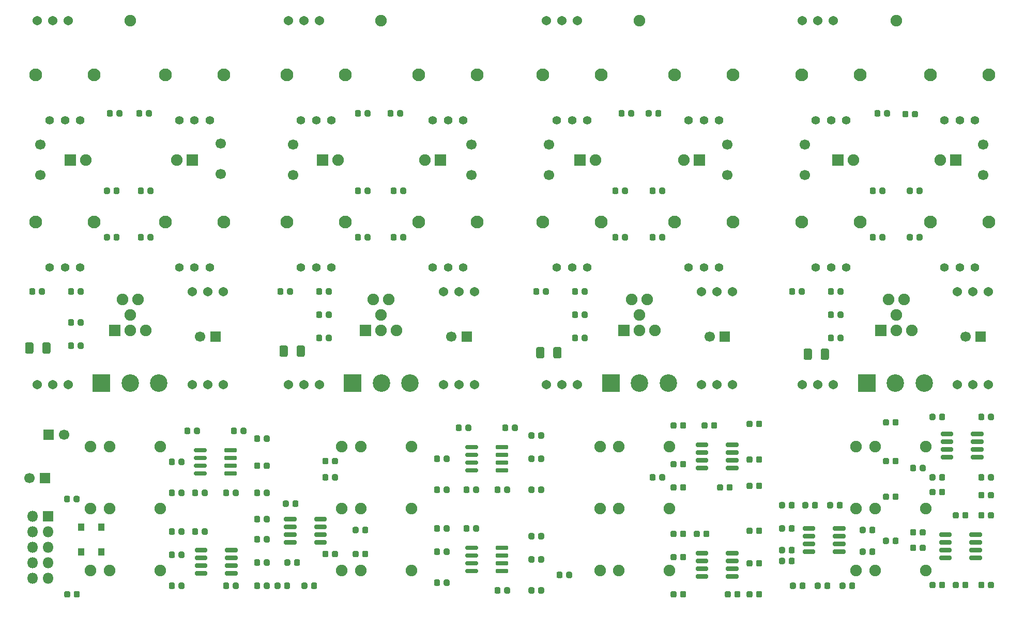
<source format=gbs>
G04 #@! TF.GenerationSoftware,KiCad,Pcbnew,(5.1.6-0-10_14)*
G04 #@! TF.CreationDate,2022-01-28T11:34:31+00:00*
G04 #@! TF.ProjectId,Quad Tube VCA,51756164-2054-4756-9265-205643412e6b,rev?*
G04 #@! TF.SameCoordinates,Original*
G04 #@! TF.FileFunction,Soldermask,Bot*
G04 #@! TF.FilePolarity,Negative*
%FSLAX46Y46*%
G04 Gerber Fmt 4.6, Leading zero omitted, Abs format (unit mm)*
G04 Created by KiCad (PCBNEW (5.1.6-0-10_14)) date 2022-01-28 11:34:31*
%MOMM*%
%LPD*%
G01*
G04 APERTURE LIST*
%ADD10R,1.000000X1.300000*%
%ADD11C,2.875000*%
%ADD12R,2.875000X2.875000*%
%ADD13C,1.700000*%
%ADD14R,1.700000X1.700000*%
%ADD15C,1.900000*%
%ADD16R,1.900000X1.900000*%
%ADD17C,2.100000*%
%ADD18C,1.400000*%
%ADD19C,1.540000*%
%ADD20O,1.800000X1.800000*%
%ADD21R,1.800000X1.800000*%
G04 APERTURE END LIST*
G36*
G01*
X196757000Y-102342000D02*
X196757000Y-103652000D01*
G75*
G02*
X196487000Y-103922000I-270000J0D01*
G01*
X195677000Y-103922000D01*
G75*
G02*
X195407000Y-103652000I0J270000D01*
G01*
X195407000Y-102342000D01*
G75*
G02*
X195677000Y-102072000I270000J0D01*
G01*
X196487000Y-102072000D01*
G75*
G02*
X196757000Y-102342000I0J-270000D01*
G01*
G37*
G36*
G01*
X199557000Y-102342000D02*
X199557000Y-103652000D01*
G75*
G02*
X199287000Y-103922000I-270000J0D01*
G01*
X198477000Y-103922000D01*
G75*
G02*
X198207000Y-103652000I0J270000D01*
G01*
X198207000Y-102342000D01*
G75*
G02*
X198477000Y-102072000I270000J0D01*
G01*
X199287000Y-102072000D01*
G75*
G02*
X199557000Y-102342000I0J-270000D01*
G01*
G37*
G36*
G01*
X152945000Y-102088000D02*
X152945000Y-103398000D01*
G75*
G02*
X152675000Y-103668000I-270000J0D01*
G01*
X151865000Y-103668000D01*
G75*
G02*
X151595000Y-103398000I0J270000D01*
G01*
X151595000Y-102088000D01*
G75*
G02*
X151865000Y-101818000I270000J0D01*
G01*
X152675000Y-101818000D01*
G75*
G02*
X152945000Y-102088000I0J-270000D01*
G01*
G37*
G36*
G01*
X155745000Y-102088000D02*
X155745000Y-103398000D01*
G75*
G02*
X155475000Y-103668000I-270000J0D01*
G01*
X154665000Y-103668000D01*
G75*
G02*
X154395000Y-103398000I0J270000D01*
G01*
X154395000Y-102088000D01*
G75*
G02*
X154665000Y-101818000I270000J0D01*
G01*
X155475000Y-101818000D01*
G75*
G02*
X155745000Y-102088000I0J-270000D01*
G01*
G37*
G36*
G01*
X110908000Y-101834000D02*
X110908000Y-103144000D01*
G75*
G02*
X110638000Y-103414000I-270000J0D01*
G01*
X109828000Y-103414000D01*
G75*
G02*
X109558000Y-103144000I0J270000D01*
G01*
X109558000Y-101834000D01*
G75*
G02*
X109828000Y-101564000I270000J0D01*
G01*
X110638000Y-101564000D01*
G75*
G02*
X110908000Y-101834000I0J-270000D01*
G01*
G37*
G36*
G01*
X113708000Y-101834000D02*
X113708000Y-103144000D01*
G75*
G02*
X113438000Y-103414000I-270000J0D01*
G01*
X112628000Y-103414000D01*
G75*
G02*
X112358000Y-103144000I0J270000D01*
G01*
X112358000Y-101834000D01*
G75*
G02*
X112628000Y-101564000I270000J0D01*
G01*
X113438000Y-101564000D01*
G75*
G02*
X113708000Y-101834000I0J-270000D01*
G01*
G37*
G36*
G01*
X69252000Y-101326000D02*
X69252000Y-102636000D01*
G75*
G02*
X68982000Y-102906000I-270000J0D01*
G01*
X68172000Y-102906000D01*
G75*
G02*
X67902000Y-102636000I0J270000D01*
G01*
X67902000Y-101326000D01*
G75*
G02*
X68172000Y-101056000I270000J0D01*
G01*
X68982000Y-101056000D01*
G75*
G02*
X69252000Y-101326000I0J-270000D01*
G01*
G37*
G36*
G01*
X72052000Y-101326000D02*
X72052000Y-102636000D01*
G75*
G02*
X71782000Y-102906000I-270000J0D01*
G01*
X70972000Y-102906000D01*
G75*
G02*
X70702000Y-102636000I0J270000D01*
G01*
X70702000Y-101326000D01*
G75*
G02*
X70972000Y-101056000I270000J0D01*
G01*
X71782000Y-101056000D01*
G75*
G02*
X72052000Y-101326000I0J-270000D01*
G01*
G37*
D10*
X77090000Y-131318000D03*
X80390000Y-131318000D03*
X80390000Y-135382000D03*
X77090000Y-135382000D03*
G36*
G01*
X222557000Y-136573000D02*
X222557000Y-136223000D01*
G75*
G02*
X222732000Y-136048000I175000J0D01*
G01*
X224432000Y-136048000D01*
G75*
G02*
X224607000Y-136223000I0J-175000D01*
G01*
X224607000Y-136573000D01*
G75*
G02*
X224432000Y-136748000I-175000J0D01*
G01*
X222732000Y-136748000D01*
G75*
G02*
X222557000Y-136573000I0J175000D01*
G01*
G37*
G36*
G01*
X222557000Y-135303000D02*
X222557000Y-134953000D01*
G75*
G02*
X222732000Y-134778000I175000J0D01*
G01*
X224432000Y-134778000D01*
G75*
G02*
X224607000Y-134953000I0J-175000D01*
G01*
X224607000Y-135303000D01*
G75*
G02*
X224432000Y-135478000I-175000J0D01*
G01*
X222732000Y-135478000D01*
G75*
G02*
X222557000Y-135303000I0J175000D01*
G01*
G37*
G36*
G01*
X222557000Y-134033000D02*
X222557000Y-133683000D01*
G75*
G02*
X222732000Y-133508000I175000J0D01*
G01*
X224432000Y-133508000D01*
G75*
G02*
X224607000Y-133683000I0J-175000D01*
G01*
X224607000Y-134033000D01*
G75*
G02*
X224432000Y-134208000I-175000J0D01*
G01*
X222732000Y-134208000D01*
G75*
G02*
X222557000Y-134033000I0J175000D01*
G01*
G37*
G36*
G01*
X222557000Y-132763000D02*
X222557000Y-132413000D01*
G75*
G02*
X222732000Y-132238000I175000J0D01*
G01*
X224432000Y-132238000D01*
G75*
G02*
X224607000Y-132413000I0J-175000D01*
G01*
X224607000Y-132763000D01*
G75*
G02*
X224432000Y-132938000I-175000J0D01*
G01*
X222732000Y-132938000D01*
G75*
G02*
X222557000Y-132763000I0J175000D01*
G01*
G37*
G36*
G01*
X217607000Y-132763000D02*
X217607000Y-132413000D01*
G75*
G02*
X217782000Y-132238000I175000J0D01*
G01*
X219482000Y-132238000D01*
G75*
G02*
X219657000Y-132413000I0J-175000D01*
G01*
X219657000Y-132763000D01*
G75*
G02*
X219482000Y-132938000I-175000J0D01*
G01*
X217782000Y-132938000D01*
G75*
G02*
X217607000Y-132763000I0J175000D01*
G01*
G37*
G36*
G01*
X217607000Y-134033000D02*
X217607000Y-133683000D01*
G75*
G02*
X217782000Y-133508000I175000J0D01*
G01*
X219482000Y-133508000D01*
G75*
G02*
X219657000Y-133683000I0J-175000D01*
G01*
X219657000Y-134033000D01*
G75*
G02*
X219482000Y-134208000I-175000J0D01*
G01*
X217782000Y-134208000D01*
G75*
G02*
X217607000Y-134033000I0J175000D01*
G01*
G37*
G36*
G01*
X217607000Y-135303000D02*
X217607000Y-134953000D01*
G75*
G02*
X217782000Y-134778000I175000J0D01*
G01*
X219482000Y-134778000D01*
G75*
G02*
X219657000Y-134953000I0J-175000D01*
G01*
X219657000Y-135303000D01*
G75*
G02*
X219482000Y-135478000I-175000J0D01*
G01*
X217782000Y-135478000D01*
G75*
G02*
X217607000Y-135303000I0J175000D01*
G01*
G37*
G36*
G01*
X217607000Y-136573000D02*
X217607000Y-136223000D01*
G75*
G02*
X217782000Y-136048000I175000J0D01*
G01*
X219482000Y-136048000D01*
G75*
G02*
X219657000Y-136223000I0J-175000D01*
G01*
X219657000Y-136573000D01*
G75*
G02*
X219482000Y-136748000I-175000J0D01*
G01*
X217782000Y-136748000D01*
G75*
G02*
X217607000Y-136573000I0J175000D01*
G01*
G37*
D11*
X89790000Y-107702500D03*
X85090000Y-107702500D03*
D12*
X80390000Y-107702500D03*
D11*
X130938000Y-107702500D03*
X126238000Y-107702500D03*
D12*
X121538000Y-107702500D03*
D11*
X173229000Y-107702500D03*
X168529000Y-107702500D03*
D12*
X163829000Y-107702500D03*
D11*
X215139000Y-107702500D03*
X210439000Y-107702500D03*
D12*
X205739000Y-107702500D03*
D13*
X221909000Y-100076000D03*
D14*
X224409000Y-100076000D03*
D13*
X179999000Y-100076000D03*
D14*
X182499000Y-100076000D03*
D13*
X137708000Y-100076000D03*
D14*
X140208000Y-100076000D03*
D13*
X96560000Y-100076000D03*
D14*
X99060000Y-100076000D03*
D13*
X68620000Y-123317000D03*
D14*
X71120000Y-123317000D03*
D13*
X74255000Y-116205000D03*
D14*
X71755000Y-116205000D03*
G36*
G01*
X100637000Y-139113000D02*
X100637000Y-138763000D01*
G75*
G02*
X100812000Y-138588000I175000J0D01*
G01*
X102512000Y-138588000D01*
G75*
G02*
X102687000Y-138763000I0J-175000D01*
G01*
X102687000Y-139113000D01*
G75*
G02*
X102512000Y-139288000I-175000J0D01*
G01*
X100812000Y-139288000D01*
G75*
G02*
X100637000Y-139113000I0J175000D01*
G01*
G37*
G36*
G01*
X100637000Y-137843000D02*
X100637000Y-137493000D01*
G75*
G02*
X100812000Y-137318000I175000J0D01*
G01*
X102512000Y-137318000D01*
G75*
G02*
X102687000Y-137493000I0J-175000D01*
G01*
X102687000Y-137843000D01*
G75*
G02*
X102512000Y-138018000I-175000J0D01*
G01*
X100812000Y-138018000D01*
G75*
G02*
X100637000Y-137843000I0J175000D01*
G01*
G37*
G36*
G01*
X100637000Y-136573000D02*
X100637000Y-136223000D01*
G75*
G02*
X100812000Y-136048000I175000J0D01*
G01*
X102512000Y-136048000D01*
G75*
G02*
X102687000Y-136223000I0J-175000D01*
G01*
X102687000Y-136573000D01*
G75*
G02*
X102512000Y-136748000I-175000J0D01*
G01*
X100812000Y-136748000D01*
G75*
G02*
X100637000Y-136573000I0J175000D01*
G01*
G37*
G36*
G01*
X100637000Y-135303000D02*
X100637000Y-134953000D01*
G75*
G02*
X100812000Y-134778000I175000J0D01*
G01*
X102512000Y-134778000D01*
G75*
G02*
X102687000Y-134953000I0J-175000D01*
G01*
X102687000Y-135303000D01*
G75*
G02*
X102512000Y-135478000I-175000J0D01*
G01*
X100812000Y-135478000D01*
G75*
G02*
X100637000Y-135303000I0J175000D01*
G01*
G37*
G36*
G01*
X95687000Y-135303000D02*
X95687000Y-134953000D01*
G75*
G02*
X95862000Y-134778000I175000J0D01*
G01*
X97562000Y-134778000D01*
G75*
G02*
X97737000Y-134953000I0J-175000D01*
G01*
X97737000Y-135303000D01*
G75*
G02*
X97562000Y-135478000I-175000J0D01*
G01*
X95862000Y-135478000D01*
G75*
G02*
X95687000Y-135303000I0J175000D01*
G01*
G37*
G36*
G01*
X95687000Y-136573000D02*
X95687000Y-136223000D01*
G75*
G02*
X95862000Y-136048000I175000J0D01*
G01*
X97562000Y-136048000D01*
G75*
G02*
X97737000Y-136223000I0J-175000D01*
G01*
X97737000Y-136573000D01*
G75*
G02*
X97562000Y-136748000I-175000J0D01*
G01*
X95862000Y-136748000D01*
G75*
G02*
X95687000Y-136573000I0J175000D01*
G01*
G37*
G36*
G01*
X95687000Y-137843000D02*
X95687000Y-137493000D01*
G75*
G02*
X95862000Y-137318000I175000J0D01*
G01*
X97562000Y-137318000D01*
G75*
G02*
X97737000Y-137493000I0J-175000D01*
G01*
X97737000Y-137843000D01*
G75*
G02*
X97562000Y-138018000I-175000J0D01*
G01*
X95862000Y-138018000D01*
G75*
G02*
X95687000Y-137843000I0J175000D01*
G01*
G37*
G36*
G01*
X95687000Y-139113000D02*
X95687000Y-138763000D01*
G75*
G02*
X95862000Y-138588000I175000J0D01*
G01*
X97562000Y-138588000D01*
G75*
G02*
X97737000Y-138763000I0J-175000D01*
G01*
X97737000Y-139113000D01*
G75*
G02*
X97562000Y-139288000I-175000J0D01*
G01*
X95862000Y-139288000D01*
G75*
G02*
X95687000Y-139113000I0J175000D01*
G01*
G37*
G36*
G01*
X205567000Y-131544750D02*
X205567000Y-132107250D01*
G75*
G02*
X205323250Y-132351000I-243750J0D01*
G01*
X204835750Y-132351000D01*
G75*
G02*
X204592000Y-132107250I0J243750D01*
G01*
X204592000Y-131544750D01*
G75*
G02*
X204835750Y-131301000I243750J0D01*
G01*
X205323250Y-131301000D01*
G75*
G02*
X205567000Y-131544750I0J-243750D01*
G01*
G37*
G36*
G01*
X207142000Y-131544750D02*
X207142000Y-132107250D01*
G75*
G02*
X206898250Y-132351000I-243750J0D01*
G01*
X206410750Y-132351000D01*
G75*
G02*
X206167000Y-132107250I0J243750D01*
G01*
X206167000Y-131544750D01*
G75*
G02*
X206410750Y-131301000I243750J0D01*
G01*
X206898250Y-131301000D01*
G75*
G02*
X207142000Y-131544750I0J-243750D01*
G01*
G37*
G36*
G01*
X198801000Y-141251250D02*
X198801000Y-140688750D01*
G75*
G02*
X199044750Y-140445000I243750J0D01*
G01*
X199532250Y-140445000D01*
G75*
G02*
X199776000Y-140688750I0J-243750D01*
G01*
X199776000Y-141251250D01*
G75*
G02*
X199532250Y-141495000I-243750J0D01*
G01*
X199044750Y-141495000D01*
G75*
G02*
X198801000Y-141251250I0J243750D01*
G01*
G37*
G36*
G01*
X197226000Y-141251250D02*
X197226000Y-140688750D01*
G75*
G02*
X197469750Y-140445000I243750J0D01*
G01*
X197957250Y-140445000D01*
G75*
G02*
X198201000Y-140688750I0J-243750D01*
G01*
X198201000Y-141251250D01*
G75*
G02*
X197957250Y-141495000I-243750J0D01*
G01*
X197469750Y-141495000D01*
G75*
G02*
X197226000Y-141251250I0J243750D01*
G01*
G37*
G36*
G01*
X122509000Y-131544750D02*
X122509000Y-132107250D01*
G75*
G02*
X122265250Y-132351000I-243750J0D01*
G01*
X121777750Y-132351000D01*
G75*
G02*
X121534000Y-132107250I0J243750D01*
G01*
X121534000Y-131544750D01*
G75*
G02*
X121777750Y-131301000I243750J0D01*
G01*
X122265250Y-131301000D01*
G75*
G02*
X122509000Y-131544750I0J-243750D01*
G01*
G37*
G36*
G01*
X124084000Y-131544750D02*
X124084000Y-132107250D01*
G75*
G02*
X123840250Y-132351000I-243750J0D01*
G01*
X123352750Y-132351000D01*
G75*
G02*
X123109000Y-132107250I0J243750D01*
G01*
X123109000Y-131544750D01*
G75*
G02*
X123352750Y-131301000I243750J0D01*
G01*
X123840250Y-131301000D01*
G75*
G02*
X124084000Y-131544750I0J-243750D01*
G01*
G37*
G36*
G01*
X111933000Y-137441250D02*
X111933000Y-136878750D01*
G75*
G02*
X112176750Y-136635000I243750J0D01*
G01*
X112664250Y-136635000D01*
G75*
G02*
X112908000Y-136878750I0J-243750D01*
G01*
X112908000Y-137441250D01*
G75*
G02*
X112664250Y-137685000I-243750J0D01*
G01*
X112176750Y-137685000D01*
G75*
G02*
X111933000Y-137441250I0J243750D01*
G01*
G37*
G36*
G01*
X110358000Y-137441250D02*
X110358000Y-136878750D01*
G75*
G02*
X110601750Y-136635000I243750J0D01*
G01*
X111089250Y-136635000D01*
G75*
G02*
X111333000Y-136878750I0J-243750D01*
G01*
X111333000Y-137441250D01*
G75*
G02*
X111089250Y-137685000I-243750J0D01*
G01*
X110601750Y-137685000D01*
G75*
G02*
X110358000Y-137441250I0J243750D01*
G01*
G37*
G36*
G01*
X200233000Y-127480750D02*
X200233000Y-128043250D01*
G75*
G02*
X199989250Y-128287000I-243750J0D01*
G01*
X199501750Y-128287000D01*
G75*
G02*
X199258000Y-128043250I0J243750D01*
G01*
X199258000Y-127480750D01*
G75*
G02*
X199501750Y-127237000I243750J0D01*
G01*
X199989250Y-127237000D01*
G75*
G02*
X200233000Y-127480750I0J-243750D01*
G01*
G37*
G36*
G01*
X201808000Y-127480750D02*
X201808000Y-128043250D01*
G75*
G02*
X201564250Y-128287000I-243750J0D01*
G01*
X201076750Y-128287000D01*
G75*
G02*
X200833000Y-128043250I0J243750D01*
G01*
X200833000Y-127480750D01*
G75*
G02*
X201076750Y-127237000I243750J0D01*
G01*
X201564250Y-127237000D01*
G75*
G02*
X201808000Y-127480750I0J-243750D01*
G01*
G37*
G36*
G01*
X192359000Y-134846750D02*
X192359000Y-135409250D01*
G75*
G02*
X192115250Y-135653000I-243750J0D01*
G01*
X191627750Y-135653000D01*
G75*
G02*
X191384000Y-135409250I0J243750D01*
G01*
X191384000Y-134846750D01*
G75*
G02*
X191627750Y-134603000I243750J0D01*
G01*
X192115250Y-134603000D01*
G75*
G02*
X192359000Y-134846750I0J-243750D01*
G01*
G37*
G36*
G01*
X193934000Y-134846750D02*
X193934000Y-135409250D01*
G75*
G02*
X193690250Y-135653000I-243750J0D01*
G01*
X193202750Y-135653000D01*
G75*
G02*
X192959000Y-135409250I0J243750D01*
G01*
X192959000Y-134846750D01*
G75*
G02*
X193202750Y-134603000I243750J0D01*
G01*
X193690250Y-134603000D01*
G75*
G02*
X193934000Y-134846750I0J-243750D01*
G01*
G37*
G36*
G01*
X117556000Y-122908750D02*
X117556000Y-123471250D01*
G75*
G02*
X117312250Y-123715000I-243750J0D01*
G01*
X116824750Y-123715000D01*
G75*
G02*
X116581000Y-123471250I0J243750D01*
G01*
X116581000Y-122908750D01*
G75*
G02*
X116824750Y-122665000I243750J0D01*
G01*
X117312250Y-122665000D01*
G75*
G02*
X117556000Y-122908750I0J-243750D01*
G01*
G37*
G36*
G01*
X119131000Y-122908750D02*
X119131000Y-123471250D01*
G75*
G02*
X118887250Y-123715000I-243750J0D01*
G01*
X118399750Y-123715000D01*
G75*
G02*
X118156000Y-123471250I0J243750D01*
G01*
X118156000Y-122908750D01*
G75*
G02*
X118399750Y-122665000I243750J0D01*
G01*
X118887250Y-122665000D01*
G75*
G02*
X119131000Y-122908750I0J-243750D01*
G01*
G37*
G36*
G01*
X209977000Y-133885250D02*
X209977000Y-133322750D01*
G75*
G02*
X210220750Y-133079000I243750J0D01*
G01*
X210708250Y-133079000D01*
G75*
G02*
X210952000Y-133322750I0J-243750D01*
G01*
X210952000Y-133885250D01*
G75*
G02*
X210708250Y-134129000I-243750J0D01*
G01*
X210220750Y-134129000D01*
G75*
G02*
X209977000Y-133885250I0J243750D01*
G01*
G37*
G36*
G01*
X208402000Y-133885250D02*
X208402000Y-133322750D01*
G75*
G02*
X208645750Y-133079000I243750J0D01*
G01*
X209133250Y-133079000D01*
G75*
G02*
X209377000Y-133322750I0J-243750D01*
G01*
X209377000Y-133885250D01*
G75*
G02*
X209133250Y-134129000I-243750J0D01*
G01*
X208645750Y-134129000D01*
G75*
G02*
X208402000Y-133885250I0J243750D01*
G01*
G37*
G36*
G01*
X192359000Y-131290750D02*
X192359000Y-131853250D01*
G75*
G02*
X192115250Y-132097000I-243750J0D01*
G01*
X191627750Y-132097000D01*
G75*
G02*
X191384000Y-131853250I0J243750D01*
G01*
X191384000Y-131290750D01*
G75*
G02*
X191627750Y-131047000I243750J0D01*
G01*
X192115250Y-131047000D01*
G75*
G02*
X192359000Y-131290750I0J-243750D01*
G01*
G37*
G36*
G01*
X193934000Y-131290750D02*
X193934000Y-131853250D01*
G75*
G02*
X193690250Y-132097000I-243750J0D01*
G01*
X193202750Y-132097000D01*
G75*
G02*
X192959000Y-131853250I0J243750D01*
G01*
X192959000Y-131290750D01*
G75*
G02*
X193202750Y-131047000I243750J0D01*
G01*
X193690250Y-131047000D01*
G75*
G02*
X193934000Y-131290750I0J-243750D01*
G01*
G37*
G36*
G01*
X118156000Y-120804250D02*
X118156000Y-120241750D01*
G75*
G02*
X118399750Y-119998000I243750J0D01*
G01*
X118887250Y-119998000D01*
G75*
G02*
X119131000Y-120241750I0J-243750D01*
G01*
X119131000Y-120804250D01*
G75*
G02*
X118887250Y-121048000I-243750J0D01*
G01*
X118399750Y-121048000D01*
G75*
G02*
X118156000Y-120804250I0J243750D01*
G01*
G37*
G36*
G01*
X116581000Y-120804250D02*
X116581000Y-120241750D01*
G75*
G02*
X116824750Y-119998000I243750J0D01*
G01*
X117312250Y-119998000D01*
G75*
G02*
X117556000Y-120241750I0J-243750D01*
G01*
X117556000Y-120804250D01*
G75*
G02*
X117312250Y-121048000I-243750J0D01*
G01*
X116824750Y-121048000D01*
G75*
G02*
X116581000Y-120804250I0J243750D01*
G01*
G37*
G36*
G01*
X106980000Y-130329250D02*
X106980000Y-129766750D01*
G75*
G02*
X107223750Y-129523000I243750J0D01*
G01*
X107711250Y-129523000D01*
G75*
G02*
X107955000Y-129766750I0J-243750D01*
G01*
X107955000Y-130329250D01*
G75*
G02*
X107711250Y-130573000I-243750J0D01*
G01*
X107223750Y-130573000D01*
G75*
G02*
X106980000Y-130329250I0J243750D01*
G01*
G37*
G36*
G01*
X105405000Y-130329250D02*
X105405000Y-129766750D01*
G75*
G02*
X105648750Y-129523000I243750J0D01*
G01*
X106136250Y-129523000D01*
G75*
G02*
X106380000Y-129766750I0J-243750D01*
G01*
X106380000Y-130329250D01*
G75*
G02*
X106136250Y-130573000I-243750J0D01*
G01*
X105648750Y-130573000D01*
G75*
G02*
X105405000Y-130329250I0J243750D01*
G01*
G37*
G36*
G01*
X200205000Y-135557000D02*
X200205000Y-135207000D01*
G75*
G02*
X200380000Y-135032000I175000J0D01*
G01*
X202080000Y-135032000D01*
G75*
G02*
X202255000Y-135207000I0J-175000D01*
G01*
X202255000Y-135557000D01*
G75*
G02*
X202080000Y-135732000I-175000J0D01*
G01*
X200380000Y-135732000D01*
G75*
G02*
X200205000Y-135557000I0J175000D01*
G01*
G37*
G36*
G01*
X200205000Y-134287000D02*
X200205000Y-133937000D01*
G75*
G02*
X200380000Y-133762000I175000J0D01*
G01*
X202080000Y-133762000D01*
G75*
G02*
X202255000Y-133937000I0J-175000D01*
G01*
X202255000Y-134287000D01*
G75*
G02*
X202080000Y-134462000I-175000J0D01*
G01*
X200380000Y-134462000D01*
G75*
G02*
X200205000Y-134287000I0J175000D01*
G01*
G37*
G36*
G01*
X200205000Y-133017000D02*
X200205000Y-132667000D01*
G75*
G02*
X200380000Y-132492000I175000J0D01*
G01*
X202080000Y-132492000D01*
G75*
G02*
X202255000Y-132667000I0J-175000D01*
G01*
X202255000Y-133017000D01*
G75*
G02*
X202080000Y-133192000I-175000J0D01*
G01*
X200380000Y-133192000D01*
G75*
G02*
X200205000Y-133017000I0J175000D01*
G01*
G37*
G36*
G01*
X200205000Y-131747000D02*
X200205000Y-131397000D01*
G75*
G02*
X200380000Y-131222000I175000J0D01*
G01*
X202080000Y-131222000D01*
G75*
G02*
X202255000Y-131397000I0J-175000D01*
G01*
X202255000Y-131747000D01*
G75*
G02*
X202080000Y-131922000I-175000J0D01*
G01*
X200380000Y-131922000D01*
G75*
G02*
X200205000Y-131747000I0J175000D01*
G01*
G37*
G36*
G01*
X195255000Y-131747000D02*
X195255000Y-131397000D01*
G75*
G02*
X195430000Y-131222000I175000J0D01*
G01*
X197130000Y-131222000D01*
G75*
G02*
X197305000Y-131397000I0J-175000D01*
G01*
X197305000Y-131747000D01*
G75*
G02*
X197130000Y-131922000I-175000J0D01*
G01*
X195430000Y-131922000D01*
G75*
G02*
X195255000Y-131747000I0J175000D01*
G01*
G37*
G36*
G01*
X195255000Y-133017000D02*
X195255000Y-132667000D01*
G75*
G02*
X195430000Y-132492000I175000J0D01*
G01*
X197130000Y-132492000D01*
G75*
G02*
X197305000Y-132667000I0J-175000D01*
G01*
X197305000Y-133017000D01*
G75*
G02*
X197130000Y-133192000I-175000J0D01*
G01*
X195430000Y-133192000D01*
G75*
G02*
X195255000Y-133017000I0J175000D01*
G01*
G37*
G36*
G01*
X195255000Y-134287000D02*
X195255000Y-133937000D01*
G75*
G02*
X195430000Y-133762000I175000J0D01*
G01*
X197130000Y-133762000D01*
G75*
G02*
X197305000Y-133937000I0J-175000D01*
G01*
X197305000Y-134287000D01*
G75*
G02*
X197130000Y-134462000I-175000J0D01*
G01*
X195430000Y-134462000D01*
G75*
G02*
X195255000Y-134287000I0J175000D01*
G01*
G37*
G36*
G01*
X195255000Y-135557000D02*
X195255000Y-135207000D01*
G75*
G02*
X195430000Y-135032000I175000J0D01*
G01*
X197130000Y-135032000D01*
G75*
G02*
X197305000Y-135207000I0J-175000D01*
G01*
X197305000Y-135557000D01*
G75*
G02*
X197130000Y-135732000I-175000J0D01*
G01*
X195430000Y-135732000D01*
G75*
G02*
X195255000Y-135557000I0J175000D01*
G01*
G37*
G36*
G01*
X115242000Y-134033000D02*
X115242000Y-133683000D01*
G75*
G02*
X115417000Y-133508000I175000J0D01*
G01*
X117117000Y-133508000D01*
G75*
G02*
X117292000Y-133683000I0J-175000D01*
G01*
X117292000Y-134033000D01*
G75*
G02*
X117117000Y-134208000I-175000J0D01*
G01*
X115417000Y-134208000D01*
G75*
G02*
X115242000Y-134033000I0J175000D01*
G01*
G37*
G36*
G01*
X115242000Y-132763000D02*
X115242000Y-132413000D01*
G75*
G02*
X115417000Y-132238000I175000J0D01*
G01*
X117117000Y-132238000D01*
G75*
G02*
X117292000Y-132413000I0J-175000D01*
G01*
X117292000Y-132763000D01*
G75*
G02*
X117117000Y-132938000I-175000J0D01*
G01*
X115417000Y-132938000D01*
G75*
G02*
X115242000Y-132763000I0J175000D01*
G01*
G37*
G36*
G01*
X115242000Y-131493000D02*
X115242000Y-131143000D01*
G75*
G02*
X115417000Y-130968000I175000J0D01*
G01*
X117117000Y-130968000D01*
G75*
G02*
X117292000Y-131143000I0J-175000D01*
G01*
X117292000Y-131493000D01*
G75*
G02*
X117117000Y-131668000I-175000J0D01*
G01*
X115417000Y-131668000D01*
G75*
G02*
X115242000Y-131493000I0J175000D01*
G01*
G37*
G36*
G01*
X115242000Y-130223000D02*
X115242000Y-129873000D01*
G75*
G02*
X115417000Y-129698000I175000J0D01*
G01*
X117117000Y-129698000D01*
G75*
G02*
X117292000Y-129873000I0J-175000D01*
G01*
X117292000Y-130223000D01*
G75*
G02*
X117117000Y-130398000I-175000J0D01*
G01*
X115417000Y-130398000D01*
G75*
G02*
X115242000Y-130223000I0J175000D01*
G01*
G37*
G36*
G01*
X110292000Y-130223000D02*
X110292000Y-129873000D01*
G75*
G02*
X110467000Y-129698000I175000J0D01*
G01*
X112167000Y-129698000D01*
G75*
G02*
X112342000Y-129873000I0J-175000D01*
G01*
X112342000Y-130223000D01*
G75*
G02*
X112167000Y-130398000I-175000J0D01*
G01*
X110467000Y-130398000D01*
G75*
G02*
X110292000Y-130223000I0J175000D01*
G01*
G37*
G36*
G01*
X110292000Y-131493000D02*
X110292000Y-131143000D01*
G75*
G02*
X110467000Y-130968000I175000J0D01*
G01*
X112167000Y-130968000D01*
G75*
G02*
X112342000Y-131143000I0J-175000D01*
G01*
X112342000Y-131493000D01*
G75*
G02*
X112167000Y-131668000I-175000J0D01*
G01*
X110467000Y-131668000D01*
G75*
G02*
X110292000Y-131493000I0J175000D01*
G01*
G37*
G36*
G01*
X110292000Y-132763000D02*
X110292000Y-132413000D01*
G75*
G02*
X110467000Y-132238000I175000J0D01*
G01*
X112167000Y-132238000D01*
G75*
G02*
X112342000Y-132413000I0J-175000D01*
G01*
X112342000Y-132763000D01*
G75*
G02*
X112167000Y-132938000I-175000J0D01*
G01*
X110467000Y-132938000D01*
G75*
G02*
X110292000Y-132763000I0J175000D01*
G01*
G37*
G36*
G01*
X110292000Y-134033000D02*
X110292000Y-133683000D01*
G75*
G02*
X110467000Y-133508000I175000J0D01*
G01*
X112167000Y-133508000D01*
G75*
G02*
X112342000Y-133683000I0J-175000D01*
G01*
X112342000Y-134033000D01*
G75*
G02*
X112167000Y-134208000I-175000J0D01*
G01*
X110467000Y-134208000D01*
G75*
G02*
X110292000Y-134033000I0J175000D01*
G01*
G37*
G36*
G01*
X196769000Y-128043250D02*
X196769000Y-127480750D01*
G75*
G02*
X197012750Y-127237000I243750J0D01*
G01*
X197500250Y-127237000D01*
G75*
G02*
X197744000Y-127480750I0J-243750D01*
G01*
X197744000Y-128043250D01*
G75*
G02*
X197500250Y-128287000I-243750J0D01*
G01*
X197012750Y-128287000D01*
G75*
G02*
X196769000Y-128043250I0J243750D01*
G01*
G37*
G36*
G01*
X195194000Y-128043250D02*
X195194000Y-127480750D01*
G75*
G02*
X195437750Y-127237000I243750J0D01*
G01*
X195925250Y-127237000D01*
G75*
G02*
X196169000Y-127480750I0J-243750D01*
G01*
X196169000Y-128043250D01*
G75*
G02*
X195925250Y-128287000I-243750J0D01*
G01*
X195437750Y-128287000D01*
G75*
G02*
X195194000Y-128043250I0J243750D01*
G01*
G37*
G36*
G01*
X202865000Y-141251250D02*
X202865000Y-140688750D01*
G75*
G02*
X203108750Y-140445000I243750J0D01*
G01*
X203596250Y-140445000D01*
G75*
G02*
X203840000Y-140688750I0J-243750D01*
G01*
X203840000Y-141251250D01*
G75*
G02*
X203596250Y-141495000I-243750J0D01*
G01*
X203108750Y-141495000D01*
G75*
G02*
X202865000Y-141251250I0J243750D01*
G01*
G37*
G36*
G01*
X201290000Y-141251250D02*
X201290000Y-140688750D01*
G75*
G02*
X201533750Y-140445000I243750J0D01*
G01*
X202021250Y-140445000D01*
G75*
G02*
X202265000Y-140688750I0J-243750D01*
G01*
X202265000Y-141251250D01*
G75*
G02*
X202021250Y-141495000I-243750J0D01*
G01*
X201533750Y-141495000D01*
G75*
G02*
X201290000Y-141251250I0J243750D01*
G01*
G37*
G36*
G01*
X111679000Y-127789250D02*
X111679000Y-127226750D01*
G75*
G02*
X111922750Y-126983000I243750J0D01*
G01*
X112410250Y-126983000D01*
G75*
G02*
X112654000Y-127226750I0J-243750D01*
G01*
X112654000Y-127789250D01*
G75*
G02*
X112410250Y-128033000I-243750J0D01*
G01*
X111922750Y-128033000D01*
G75*
G02*
X111679000Y-127789250I0J243750D01*
G01*
G37*
G36*
G01*
X110104000Y-127789250D02*
X110104000Y-127226750D01*
G75*
G02*
X110347750Y-126983000I243750J0D01*
G01*
X110835250Y-126983000D01*
G75*
G02*
X111079000Y-127226750I0J-243750D01*
G01*
X111079000Y-127789250D01*
G75*
G02*
X110835250Y-128033000I-243750J0D01*
G01*
X110347750Y-128033000D01*
G75*
G02*
X110104000Y-127789250I0J243750D01*
G01*
G37*
G36*
G01*
X118156000Y-136044250D02*
X118156000Y-135481750D01*
G75*
G02*
X118399750Y-135238000I243750J0D01*
G01*
X118887250Y-135238000D01*
G75*
G02*
X119131000Y-135481750I0J-243750D01*
G01*
X119131000Y-136044250D01*
G75*
G02*
X118887250Y-136288000I-243750J0D01*
G01*
X118399750Y-136288000D01*
G75*
G02*
X118156000Y-136044250I0J243750D01*
G01*
G37*
G36*
G01*
X116581000Y-136044250D02*
X116581000Y-135481750D01*
G75*
G02*
X116824750Y-135238000I243750J0D01*
G01*
X117312250Y-135238000D01*
G75*
G02*
X117556000Y-135481750I0J-243750D01*
G01*
X117556000Y-136044250D01*
G75*
G02*
X117312250Y-136288000I-243750J0D01*
G01*
X116824750Y-136288000D01*
G75*
G02*
X116581000Y-136044250I0J243750D01*
G01*
G37*
D15*
X126153333Y-48260000D03*
X126153333Y-96520000D03*
X124883333Y-93980000D03*
X127423333Y-93980000D03*
X128693333Y-99060000D03*
X126153333Y-99060000D03*
D16*
X123613333Y-99060000D03*
D15*
X85090000Y-48260000D03*
X85090000Y-96520000D03*
X83820000Y-93980000D03*
X86360000Y-93980000D03*
X87630000Y-99060000D03*
X85090000Y-99060000D03*
D16*
X82550000Y-99060000D03*
D15*
X210550000Y-48260000D03*
X210550000Y-96520000D03*
X209280000Y-93980000D03*
X211820000Y-93980000D03*
X213090000Y-99060000D03*
X210550000Y-99060000D03*
D16*
X208010000Y-99060000D03*
D15*
X168486666Y-48260000D03*
X168486666Y-96520000D03*
X167216666Y-93980000D03*
X169756666Y-93980000D03*
X171026666Y-99060000D03*
X168486666Y-99060000D03*
D16*
X165946666Y-99060000D03*
D17*
X204680000Y-57150000D03*
X195080000Y-57150000D03*
D18*
X202380000Y-64650000D03*
X199880000Y-64650000D03*
X197380000Y-64650000D03*
D17*
X162280000Y-57150000D03*
X152680000Y-57150000D03*
D18*
X159980000Y-64650000D03*
X157480000Y-64650000D03*
X154980000Y-64650000D03*
D17*
X120370000Y-57150000D03*
X110770000Y-57150000D03*
D18*
X118070000Y-64650000D03*
X115570000Y-64650000D03*
X113070000Y-64650000D03*
D17*
X79222000Y-57150000D03*
X69622000Y-57150000D03*
D18*
X76922000Y-64650000D03*
X74422000Y-64650000D03*
X71922000Y-64650000D03*
D17*
X204680000Y-81280000D03*
X195080000Y-81280000D03*
D18*
X202380000Y-88780000D03*
X199880000Y-88780000D03*
X197380000Y-88780000D03*
D17*
X162280000Y-81280000D03*
X152680000Y-81280000D03*
D18*
X159980000Y-88780000D03*
X157480000Y-88780000D03*
X154980000Y-88780000D03*
D17*
X120370000Y-81280000D03*
X110770000Y-81280000D03*
D18*
X118070000Y-88780000D03*
X115570000Y-88780000D03*
X113070000Y-88780000D03*
D17*
X79222000Y-81280000D03*
X69622000Y-81280000D03*
D18*
X76922000Y-88780000D03*
X74422000Y-88780000D03*
X71922000Y-88780000D03*
D17*
X225780000Y-57150000D03*
X216180000Y-57150000D03*
D18*
X223480000Y-64650000D03*
X220980000Y-64650000D03*
X218480000Y-64650000D03*
D17*
X183870000Y-57150000D03*
X174270000Y-57150000D03*
D18*
X181570000Y-64650000D03*
X179070000Y-64650000D03*
X176570000Y-64650000D03*
D17*
X141960000Y-57150000D03*
X132360000Y-57150000D03*
D18*
X139660000Y-64650000D03*
X137160000Y-64650000D03*
X134660000Y-64650000D03*
D17*
X100431000Y-57150000D03*
X90831000Y-57150000D03*
D18*
X98131000Y-64650000D03*
X95631000Y-64650000D03*
X93131000Y-64650000D03*
D17*
X225780000Y-81280000D03*
X216180000Y-81280000D03*
D18*
X223480000Y-88780000D03*
X220980000Y-88780000D03*
X218480000Y-88780000D03*
D17*
X183870000Y-81280000D03*
X174270000Y-81280000D03*
D18*
X181570000Y-88780000D03*
X179070000Y-88780000D03*
X176570000Y-88780000D03*
D17*
X141960000Y-81280000D03*
X132360000Y-81280000D03*
D18*
X139660000Y-88780000D03*
X137160000Y-88780000D03*
X134660000Y-88780000D03*
D17*
X100431000Y-81280000D03*
X90831000Y-81280000D03*
D18*
X98131000Y-88780000D03*
X95631000Y-88780000D03*
X93131000Y-88780000D03*
D15*
X215389000Y-138430000D03*
X203989000Y-138430000D03*
X207089000Y-138430000D03*
X173449000Y-138430000D03*
X162049000Y-138430000D03*
X165149000Y-138430000D03*
X131158000Y-138430000D03*
X119758000Y-138430000D03*
X122858000Y-138430000D03*
X90010000Y-138430000D03*
X78610000Y-138430000D03*
X81710000Y-138430000D03*
X215389000Y-118110000D03*
X203989000Y-118110000D03*
X207089000Y-118110000D03*
X173449000Y-118110000D03*
X162049000Y-118110000D03*
X165149000Y-118110000D03*
X131158000Y-118110000D03*
X119758000Y-118110000D03*
X122858000Y-118110000D03*
X90010000Y-118110000D03*
X78610000Y-118110000D03*
X81710000Y-118110000D03*
X215389000Y-128270000D03*
X203989000Y-128270000D03*
X207089000Y-128270000D03*
X173449000Y-128270000D03*
X162049000Y-128270000D03*
X165149000Y-128270000D03*
X131158000Y-128270000D03*
X119758000Y-128270000D03*
X122858000Y-128270000D03*
X90010000Y-128270000D03*
X78610000Y-128270000D03*
X81710000Y-128270000D03*
G36*
G01*
X187025000Y-142085750D02*
X187025000Y-142648250D01*
G75*
G02*
X186781250Y-142892000I-243750J0D01*
G01*
X186293750Y-142892000D01*
G75*
G02*
X186050000Y-142648250I0J243750D01*
G01*
X186050000Y-142085750D01*
G75*
G02*
X186293750Y-141842000I243750J0D01*
G01*
X186781250Y-141842000D01*
G75*
G02*
X187025000Y-142085750I0J-243750D01*
G01*
G37*
G36*
G01*
X188600000Y-142085750D02*
X188600000Y-142648250D01*
G75*
G02*
X188356250Y-142892000I-243750J0D01*
G01*
X187868750Y-142892000D01*
G75*
G02*
X187625000Y-142648250I0J243750D01*
G01*
X187625000Y-142085750D01*
G75*
G02*
X187868750Y-141842000I243750J0D01*
G01*
X188356250Y-141842000D01*
G75*
G02*
X188600000Y-142085750I0J-243750D01*
G01*
G37*
G36*
G01*
X187625000Y-137568250D02*
X187625000Y-137005750D01*
G75*
G02*
X187868750Y-136762000I243750J0D01*
G01*
X188356250Y-136762000D01*
G75*
G02*
X188600000Y-137005750I0J-243750D01*
G01*
X188600000Y-137568250D01*
G75*
G02*
X188356250Y-137812000I-243750J0D01*
G01*
X187868750Y-137812000D01*
G75*
G02*
X187625000Y-137568250I0J243750D01*
G01*
G37*
G36*
G01*
X186050000Y-137568250D02*
X186050000Y-137005750D01*
G75*
G02*
X186293750Y-136762000I243750J0D01*
G01*
X186781250Y-136762000D01*
G75*
G02*
X187025000Y-137005750I0J-243750D01*
G01*
X187025000Y-137568250D01*
G75*
G02*
X186781250Y-137812000I-243750J0D01*
G01*
X186293750Y-137812000D01*
G75*
G02*
X186050000Y-137568250I0J243750D01*
G01*
G37*
D19*
X195199000Y-48260000D03*
X197739000Y-48260000D03*
X200279000Y-48260000D03*
X153289000Y-48260000D03*
X155829000Y-48260000D03*
X158369000Y-48260000D03*
X110998000Y-48260000D03*
X113538000Y-48260000D03*
X116078000Y-48260000D03*
X69850000Y-48260000D03*
X72390000Y-48260000D03*
X74930000Y-48260000D03*
X220599000Y-107950000D03*
X223139000Y-107950000D03*
X225679000Y-107950000D03*
X178689000Y-107950000D03*
X181229000Y-107950000D03*
X183769000Y-107950000D03*
X136398000Y-107950000D03*
X138938000Y-107950000D03*
X141478000Y-107950000D03*
X95250000Y-107950000D03*
X97790000Y-107950000D03*
X100330000Y-107950000D03*
X220599000Y-92710000D03*
X223139000Y-92710000D03*
X225679000Y-92710000D03*
X178689000Y-92710000D03*
X181229000Y-92710000D03*
X183769000Y-92710000D03*
X136398000Y-92710000D03*
X138938000Y-92710000D03*
X141478000Y-92710000D03*
X95250000Y-92710000D03*
X97790000Y-92710000D03*
X100330000Y-92710000D03*
X195199000Y-107950000D03*
X197739000Y-107950000D03*
X200279000Y-107950000D03*
X153289000Y-107950000D03*
X155829000Y-107950000D03*
X158369000Y-107950000D03*
X110998000Y-107950000D03*
X113538000Y-107950000D03*
X116078000Y-107950000D03*
X69850000Y-107950000D03*
X72390000Y-107950000D03*
X74930000Y-107950000D03*
G36*
G01*
X225598000Y-113565250D02*
X225598000Y-113002750D01*
G75*
G02*
X225841750Y-112759000I243750J0D01*
G01*
X226329250Y-112759000D01*
G75*
G02*
X226573000Y-113002750I0J-243750D01*
G01*
X226573000Y-113565250D01*
G75*
G02*
X226329250Y-113809000I-243750J0D01*
G01*
X225841750Y-113809000D01*
G75*
G02*
X225598000Y-113565250I0J243750D01*
G01*
G37*
G36*
G01*
X224023000Y-113565250D02*
X224023000Y-113002750D01*
G75*
G02*
X224266750Y-112759000I243750J0D01*
G01*
X224754250Y-112759000D01*
G75*
G02*
X224998000Y-113002750I0J-243750D01*
G01*
X224998000Y-113565250D01*
G75*
G02*
X224754250Y-113809000I-243750J0D01*
G01*
X224266750Y-113809000D01*
G75*
G02*
X224023000Y-113565250I0J243750D01*
G01*
G37*
G36*
G01*
X209977000Y-114454250D02*
X209977000Y-113891750D01*
G75*
G02*
X210220750Y-113648000I243750J0D01*
G01*
X210708250Y-113648000D01*
G75*
G02*
X210952000Y-113891750I0J-243750D01*
G01*
X210952000Y-114454250D01*
G75*
G02*
X210708250Y-114698000I-243750J0D01*
G01*
X210220750Y-114698000D01*
G75*
G02*
X209977000Y-114454250I0J243750D01*
G01*
G37*
G36*
G01*
X208402000Y-114454250D02*
X208402000Y-113891750D01*
G75*
G02*
X208645750Y-113648000I243750J0D01*
G01*
X209133250Y-113648000D01*
G75*
G02*
X209377000Y-113891750I0J-243750D01*
G01*
X209377000Y-114454250D01*
G75*
G02*
X209133250Y-114698000I-243750J0D01*
G01*
X208645750Y-114698000D01*
G75*
G02*
X208402000Y-114454250I0J243750D01*
G01*
G37*
G36*
G01*
X194610000Y-92991250D02*
X194610000Y-92428750D01*
G75*
G02*
X194853750Y-92185000I243750J0D01*
G01*
X195341250Y-92185000D01*
G75*
G02*
X195585000Y-92428750I0J-243750D01*
G01*
X195585000Y-92991250D01*
G75*
G02*
X195341250Y-93235000I-243750J0D01*
G01*
X194853750Y-93235000D01*
G75*
G02*
X194610000Y-92991250I0J243750D01*
G01*
G37*
G36*
G01*
X193035000Y-92991250D02*
X193035000Y-92428750D01*
G75*
G02*
X193278750Y-92185000I243750J0D01*
G01*
X193766250Y-92185000D01*
G75*
G02*
X194010000Y-92428750I0J-243750D01*
G01*
X194010000Y-92991250D01*
G75*
G02*
X193766250Y-93235000I-243750J0D01*
G01*
X193278750Y-93235000D01*
G75*
G02*
X193035000Y-92991250I0J243750D01*
G01*
G37*
G36*
G01*
X200360000Y-92428750D02*
X200360000Y-92991250D01*
G75*
G02*
X200116250Y-93235000I-243750J0D01*
G01*
X199628750Y-93235000D01*
G75*
G02*
X199385000Y-92991250I0J243750D01*
G01*
X199385000Y-92428750D01*
G75*
G02*
X199628750Y-92185000I243750J0D01*
G01*
X200116250Y-92185000D01*
G75*
G02*
X200360000Y-92428750I0J-243750D01*
G01*
G37*
G36*
G01*
X201935000Y-92428750D02*
X201935000Y-92991250D01*
G75*
G02*
X201691250Y-93235000I-243750J0D01*
G01*
X201203750Y-93235000D01*
G75*
G02*
X200960000Y-92991250I0J243750D01*
G01*
X200960000Y-92428750D01*
G75*
G02*
X201203750Y-92185000I243750J0D01*
G01*
X201691250Y-92185000D01*
G75*
G02*
X201935000Y-92428750I0J-243750D01*
G01*
G37*
G36*
G01*
X214422000Y-121947250D02*
X214422000Y-121384750D01*
G75*
G02*
X214665750Y-121141000I243750J0D01*
G01*
X215153250Y-121141000D01*
G75*
G02*
X215397000Y-121384750I0J-243750D01*
G01*
X215397000Y-121947250D01*
G75*
G02*
X215153250Y-122191000I-243750J0D01*
G01*
X214665750Y-122191000D01*
G75*
G02*
X214422000Y-121947250I0J243750D01*
G01*
G37*
G36*
G01*
X212847000Y-121947250D02*
X212847000Y-121384750D01*
G75*
G02*
X213090750Y-121141000I243750J0D01*
G01*
X213578250Y-121141000D01*
G75*
G02*
X213822000Y-121384750I0J-243750D01*
G01*
X213822000Y-121947250D01*
G75*
G02*
X213578250Y-122191000I-243750J0D01*
G01*
X213090750Y-122191000D01*
G75*
G02*
X212847000Y-121947250I0J243750D01*
G01*
G37*
G36*
G01*
X209377000Y-126083750D02*
X209377000Y-126646250D01*
G75*
G02*
X209133250Y-126890000I-243750J0D01*
G01*
X208645750Y-126890000D01*
G75*
G02*
X208402000Y-126646250I0J243750D01*
G01*
X208402000Y-126083750D01*
G75*
G02*
X208645750Y-125840000I243750J0D01*
G01*
X209133250Y-125840000D01*
G75*
G02*
X209377000Y-126083750I0J-243750D01*
G01*
G37*
G36*
G01*
X210952000Y-126083750D02*
X210952000Y-126646250D01*
G75*
G02*
X210708250Y-126890000I-243750J0D01*
G01*
X210220750Y-126890000D01*
G75*
G02*
X209977000Y-126646250I0J243750D01*
G01*
X209977000Y-126083750D01*
G75*
G02*
X210220750Y-125840000I243750J0D01*
G01*
X210708250Y-125840000D01*
G75*
G02*
X210952000Y-126083750I0J-243750D01*
G01*
G37*
G36*
G01*
X200960000Y-96801250D02*
X200960000Y-96238750D01*
G75*
G02*
X201203750Y-95995000I243750J0D01*
G01*
X201691250Y-95995000D01*
G75*
G02*
X201935000Y-96238750I0J-243750D01*
G01*
X201935000Y-96801250D01*
G75*
G02*
X201691250Y-97045000I-243750J0D01*
G01*
X201203750Y-97045000D01*
G75*
G02*
X200960000Y-96801250I0J243750D01*
G01*
G37*
G36*
G01*
X199385000Y-96801250D02*
X199385000Y-96238750D01*
G75*
G02*
X199628750Y-95995000I243750J0D01*
G01*
X200116250Y-95995000D01*
G75*
G02*
X200360000Y-96238750I0J-243750D01*
G01*
X200360000Y-96801250D01*
G75*
G02*
X200116250Y-97045000I-243750J0D01*
G01*
X199628750Y-97045000D01*
G75*
G02*
X199385000Y-96801250I0J243750D01*
G01*
G37*
G36*
G01*
X213288500Y-83538750D02*
X213288500Y-84101250D01*
G75*
G02*
X213044750Y-84345000I-243750J0D01*
G01*
X212557250Y-84345000D01*
G75*
G02*
X212313500Y-84101250I0J243750D01*
G01*
X212313500Y-83538750D01*
G75*
G02*
X212557250Y-83295000I243750J0D01*
G01*
X213044750Y-83295000D01*
G75*
G02*
X213288500Y-83538750I0J-243750D01*
G01*
G37*
G36*
G01*
X214863500Y-83538750D02*
X214863500Y-84101250D01*
G75*
G02*
X214619750Y-84345000I-243750J0D01*
G01*
X214132250Y-84345000D01*
G75*
G02*
X213888500Y-84101250I0J243750D01*
G01*
X213888500Y-83538750D01*
G75*
G02*
X214132250Y-83295000I243750J0D01*
G01*
X214619750Y-83295000D01*
G75*
G02*
X214863500Y-83538750I0J-243750D01*
G01*
G37*
G36*
G01*
X200960000Y-100611250D02*
X200960000Y-100048750D01*
G75*
G02*
X201203750Y-99805000I243750J0D01*
G01*
X201691250Y-99805000D01*
G75*
G02*
X201935000Y-100048750I0J-243750D01*
G01*
X201935000Y-100611250D01*
G75*
G02*
X201691250Y-100855000I-243750J0D01*
G01*
X201203750Y-100855000D01*
G75*
G02*
X200960000Y-100611250I0J243750D01*
G01*
G37*
G36*
G01*
X199385000Y-100611250D02*
X199385000Y-100048750D01*
G75*
G02*
X199628750Y-99805000I243750J0D01*
G01*
X200116250Y-99805000D01*
G75*
G02*
X200360000Y-100048750I0J-243750D01*
G01*
X200360000Y-100611250D01*
G75*
G02*
X200116250Y-100855000I-243750J0D01*
G01*
X199628750Y-100855000D01*
G75*
G02*
X199385000Y-100611250I0J243750D01*
G01*
G37*
G36*
G01*
X207218000Y-83538750D02*
X207218000Y-84101250D01*
G75*
G02*
X206974250Y-84345000I-243750J0D01*
G01*
X206486750Y-84345000D01*
G75*
G02*
X206243000Y-84101250I0J243750D01*
G01*
X206243000Y-83538750D01*
G75*
G02*
X206486750Y-83295000I243750J0D01*
G01*
X206974250Y-83295000D01*
G75*
G02*
X207218000Y-83538750I0J-243750D01*
G01*
G37*
G36*
G01*
X208793000Y-83538750D02*
X208793000Y-84101250D01*
G75*
G02*
X208549250Y-84345000I-243750J0D01*
G01*
X208061750Y-84345000D01*
G75*
G02*
X207818000Y-84101250I0J243750D01*
G01*
X207818000Y-83538750D01*
G75*
G02*
X208061750Y-83295000I243750J0D01*
G01*
X208549250Y-83295000D01*
G75*
G02*
X208793000Y-83538750I0J-243750D01*
G01*
G37*
G36*
G01*
X207818000Y-76481250D02*
X207818000Y-75918750D01*
G75*
G02*
X208061750Y-75675000I243750J0D01*
G01*
X208549250Y-75675000D01*
G75*
G02*
X208793000Y-75918750I0J-243750D01*
G01*
X208793000Y-76481250D01*
G75*
G02*
X208549250Y-76725000I-243750J0D01*
G01*
X208061750Y-76725000D01*
G75*
G02*
X207818000Y-76481250I0J243750D01*
G01*
G37*
G36*
G01*
X206243000Y-76481250D02*
X206243000Y-75918750D01*
G75*
G02*
X206486750Y-75675000I243750J0D01*
G01*
X206974250Y-75675000D01*
G75*
G02*
X207218000Y-75918750I0J-243750D01*
G01*
X207218000Y-76481250D01*
G75*
G02*
X206974250Y-76725000I-243750J0D01*
G01*
X206486750Y-76725000D01*
G75*
G02*
X206243000Y-76481250I0J243750D01*
G01*
G37*
G36*
G01*
X213888500Y-76481250D02*
X213888500Y-75918750D01*
G75*
G02*
X214132250Y-75675000I243750J0D01*
G01*
X214619750Y-75675000D01*
G75*
G02*
X214863500Y-75918750I0J-243750D01*
G01*
X214863500Y-76481250D01*
G75*
G02*
X214619750Y-76725000I-243750J0D01*
G01*
X214132250Y-76725000D01*
G75*
G02*
X213888500Y-76481250I0J243750D01*
G01*
G37*
G36*
G01*
X212313500Y-76481250D02*
X212313500Y-75918750D01*
G75*
G02*
X212557250Y-75675000I243750J0D01*
G01*
X213044750Y-75675000D01*
G75*
G02*
X213288500Y-75918750I0J-243750D01*
G01*
X213288500Y-76481250D01*
G75*
G02*
X213044750Y-76725000I-243750J0D01*
G01*
X212557250Y-76725000D01*
G75*
G02*
X212313500Y-76481250I0J243750D01*
G01*
G37*
G36*
G01*
X206167000Y-135663250D02*
X206167000Y-135100750D01*
G75*
G02*
X206410750Y-134857000I243750J0D01*
G01*
X206898250Y-134857000D01*
G75*
G02*
X207142000Y-135100750I0J-243750D01*
G01*
X207142000Y-135663250D01*
G75*
G02*
X206898250Y-135907000I-243750J0D01*
G01*
X206410750Y-135907000D01*
G75*
G02*
X206167000Y-135663250I0J243750D01*
G01*
G37*
G36*
G01*
X204592000Y-135663250D02*
X204592000Y-135100750D01*
G75*
G02*
X204835750Y-134857000I243750J0D01*
G01*
X205323250Y-134857000D01*
G75*
G02*
X205567000Y-135100750I0J-243750D01*
G01*
X205567000Y-135663250D01*
G75*
G02*
X205323250Y-135907000I-243750J0D01*
G01*
X204835750Y-135907000D01*
G75*
G02*
X204592000Y-135663250I0J243750D01*
G01*
G37*
G36*
G01*
X208580000Y-63781250D02*
X208580000Y-63218750D01*
G75*
G02*
X208823750Y-62975000I243750J0D01*
G01*
X209311250Y-62975000D01*
G75*
G02*
X209555000Y-63218750I0J-243750D01*
G01*
X209555000Y-63781250D01*
G75*
G02*
X209311250Y-64025000I-243750J0D01*
G01*
X208823750Y-64025000D01*
G75*
G02*
X208580000Y-63781250I0J243750D01*
G01*
G37*
G36*
G01*
X207005000Y-63781250D02*
X207005000Y-63218750D01*
G75*
G02*
X207248750Y-62975000I243750J0D01*
G01*
X207736250Y-62975000D01*
G75*
G02*
X207980000Y-63218750I0J-243750D01*
G01*
X207980000Y-63781250D01*
G75*
G02*
X207736250Y-64025000I-243750J0D01*
G01*
X207248750Y-64025000D01*
G75*
G02*
X207005000Y-63781250I0J243750D01*
G01*
G37*
G36*
G01*
X213152000Y-63908250D02*
X213152000Y-63345750D01*
G75*
G02*
X213395750Y-63102000I243750J0D01*
G01*
X213883250Y-63102000D01*
G75*
G02*
X214127000Y-63345750I0J-243750D01*
G01*
X214127000Y-63908250D01*
G75*
G02*
X213883250Y-64152000I-243750J0D01*
G01*
X213395750Y-64152000D01*
G75*
G02*
X213152000Y-63908250I0J243750D01*
G01*
G37*
G36*
G01*
X211577000Y-63908250D02*
X211577000Y-63345750D01*
G75*
G02*
X211820750Y-63102000I243750J0D01*
G01*
X212308250Y-63102000D01*
G75*
G02*
X212552000Y-63345750I0J-243750D01*
G01*
X212552000Y-63908250D01*
G75*
G02*
X212308250Y-64152000I-243750J0D01*
G01*
X211820750Y-64152000D01*
G75*
G02*
X211577000Y-63908250I0J243750D01*
G01*
G37*
G36*
G01*
X217597000Y-141124250D02*
X217597000Y-140561750D01*
G75*
G02*
X217840750Y-140318000I243750J0D01*
G01*
X218328250Y-140318000D01*
G75*
G02*
X218572000Y-140561750I0J-243750D01*
G01*
X218572000Y-141124250D01*
G75*
G02*
X218328250Y-141368000I-243750J0D01*
G01*
X217840750Y-141368000D01*
G75*
G02*
X217597000Y-141124250I0J243750D01*
G01*
G37*
G36*
G01*
X216022000Y-141124250D02*
X216022000Y-140561750D01*
G75*
G02*
X216265750Y-140318000I243750J0D01*
G01*
X216753250Y-140318000D01*
G75*
G02*
X216997000Y-140561750I0J-243750D01*
G01*
X216997000Y-141124250D01*
G75*
G02*
X216753250Y-141368000I-243750J0D01*
G01*
X216265750Y-141368000D01*
G75*
G02*
X216022000Y-141124250I0J243750D01*
G01*
G37*
G36*
G01*
X213822000Y-131925750D02*
X213822000Y-132488250D01*
G75*
G02*
X213578250Y-132732000I-243750J0D01*
G01*
X213090750Y-132732000D01*
G75*
G02*
X212847000Y-132488250I0J243750D01*
G01*
X212847000Y-131925750D01*
G75*
G02*
X213090750Y-131682000I243750J0D01*
G01*
X213578250Y-131682000D01*
G75*
G02*
X213822000Y-131925750I0J-243750D01*
G01*
G37*
G36*
G01*
X215397000Y-131925750D02*
X215397000Y-132488250D01*
G75*
G02*
X215153250Y-132732000I-243750J0D01*
G01*
X214665750Y-132732000D01*
G75*
G02*
X214422000Y-132488250I0J243750D01*
G01*
X214422000Y-131925750D01*
G75*
G02*
X214665750Y-131682000I243750J0D01*
G01*
X215153250Y-131682000D01*
G75*
G02*
X215397000Y-131925750I0J-243750D01*
G01*
G37*
G36*
G01*
X224998000Y-140561750D02*
X224998000Y-141124250D01*
G75*
G02*
X224754250Y-141368000I-243750J0D01*
G01*
X224266750Y-141368000D01*
G75*
G02*
X224023000Y-141124250I0J243750D01*
G01*
X224023000Y-140561750D01*
G75*
G02*
X224266750Y-140318000I243750J0D01*
G01*
X224754250Y-140318000D01*
G75*
G02*
X224998000Y-140561750I0J-243750D01*
G01*
G37*
G36*
G01*
X226573000Y-140561750D02*
X226573000Y-141124250D01*
G75*
G02*
X226329250Y-141368000I-243750J0D01*
G01*
X225841750Y-141368000D01*
G75*
G02*
X225598000Y-141124250I0J243750D01*
G01*
X225598000Y-140561750D01*
G75*
G02*
X225841750Y-140318000I243750J0D01*
G01*
X226329250Y-140318000D01*
G75*
G02*
X226573000Y-140561750I0J-243750D01*
G01*
G37*
G36*
G01*
X221407000Y-129694250D02*
X221407000Y-129131750D01*
G75*
G02*
X221650750Y-128888000I243750J0D01*
G01*
X222138250Y-128888000D01*
G75*
G02*
X222382000Y-129131750I0J-243750D01*
G01*
X222382000Y-129694250D01*
G75*
G02*
X222138250Y-129938000I-243750J0D01*
G01*
X221650750Y-129938000D01*
G75*
G02*
X221407000Y-129694250I0J243750D01*
G01*
G37*
G36*
G01*
X219832000Y-129694250D02*
X219832000Y-129131750D01*
G75*
G02*
X220075750Y-128888000I243750J0D01*
G01*
X220563250Y-128888000D01*
G75*
G02*
X220807000Y-129131750I0J-243750D01*
G01*
X220807000Y-129694250D01*
G75*
G02*
X220563250Y-129938000I-243750J0D01*
G01*
X220075750Y-129938000D01*
G75*
G02*
X219832000Y-129694250I0J243750D01*
G01*
G37*
G36*
G01*
X225598000Y-126392250D02*
X225598000Y-125829750D01*
G75*
G02*
X225841750Y-125586000I243750J0D01*
G01*
X226329250Y-125586000D01*
G75*
G02*
X226573000Y-125829750I0J-243750D01*
G01*
X226573000Y-126392250D01*
G75*
G02*
X226329250Y-126636000I-243750J0D01*
G01*
X225841750Y-126636000D01*
G75*
G02*
X225598000Y-126392250I0J243750D01*
G01*
G37*
G36*
G01*
X224023000Y-126392250D02*
X224023000Y-125829750D01*
G75*
G02*
X224266750Y-125586000I243750J0D01*
G01*
X224754250Y-125586000D01*
G75*
G02*
X224998000Y-125829750I0J-243750D01*
G01*
X224998000Y-126392250D01*
G75*
G02*
X224754250Y-126636000I-243750J0D01*
G01*
X224266750Y-126636000D01*
G75*
G02*
X224023000Y-126392250I0J243750D01*
G01*
G37*
G36*
G01*
X187625000Y-114708250D02*
X187625000Y-114145750D01*
G75*
G02*
X187868750Y-113902000I243750J0D01*
G01*
X188356250Y-113902000D01*
G75*
G02*
X188600000Y-114145750I0J-243750D01*
G01*
X188600000Y-114708250D01*
G75*
G02*
X188356250Y-114952000I-243750J0D01*
G01*
X187868750Y-114952000D01*
G75*
G02*
X187625000Y-114708250I0J243750D01*
G01*
G37*
G36*
G01*
X186050000Y-114708250D02*
X186050000Y-114145750D01*
G75*
G02*
X186293750Y-113902000I243750J0D01*
G01*
X186781250Y-113902000D01*
G75*
G02*
X187025000Y-114145750I0J-243750D01*
G01*
X187025000Y-114708250D01*
G75*
G02*
X186781250Y-114952000I-243750J0D01*
G01*
X186293750Y-114952000D01*
G75*
G02*
X186050000Y-114708250I0J243750D01*
G01*
G37*
G36*
G01*
X171750000Y-123471250D02*
X171750000Y-122908750D01*
G75*
G02*
X171993750Y-122665000I243750J0D01*
G01*
X172481250Y-122665000D01*
G75*
G02*
X172725000Y-122908750I0J-243750D01*
G01*
X172725000Y-123471250D01*
G75*
G02*
X172481250Y-123715000I-243750J0D01*
G01*
X171993750Y-123715000D01*
G75*
G02*
X171750000Y-123471250I0J243750D01*
G01*
G37*
G36*
G01*
X170175000Y-123471250D02*
X170175000Y-122908750D01*
G75*
G02*
X170418750Y-122665000I243750J0D01*
G01*
X170906250Y-122665000D01*
G75*
G02*
X171150000Y-122908750I0J-243750D01*
G01*
X171150000Y-123471250D01*
G75*
G02*
X170906250Y-123715000I-243750J0D01*
G01*
X170418750Y-123715000D01*
G75*
G02*
X170175000Y-123471250I0J243750D01*
G01*
G37*
G36*
G01*
X152700000Y-92991250D02*
X152700000Y-92428750D01*
G75*
G02*
X152943750Y-92185000I243750J0D01*
G01*
X153431250Y-92185000D01*
G75*
G02*
X153675000Y-92428750I0J-243750D01*
G01*
X153675000Y-92991250D01*
G75*
G02*
X153431250Y-93235000I-243750J0D01*
G01*
X152943750Y-93235000D01*
G75*
G02*
X152700000Y-92991250I0J243750D01*
G01*
G37*
G36*
G01*
X151125000Y-92991250D02*
X151125000Y-92428750D01*
G75*
G02*
X151368750Y-92185000I243750J0D01*
G01*
X151856250Y-92185000D01*
G75*
G02*
X152100000Y-92428750I0J-243750D01*
G01*
X152100000Y-92991250D01*
G75*
G02*
X151856250Y-93235000I-243750J0D01*
G01*
X151368750Y-93235000D01*
G75*
G02*
X151125000Y-92991250I0J243750D01*
G01*
G37*
G36*
G01*
X158450000Y-92428750D02*
X158450000Y-92991250D01*
G75*
G02*
X158206250Y-93235000I-243750J0D01*
G01*
X157718750Y-93235000D01*
G75*
G02*
X157475000Y-92991250I0J243750D01*
G01*
X157475000Y-92428750D01*
G75*
G02*
X157718750Y-92185000I243750J0D01*
G01*
X158206250Y-92185000D01*
G75*
G02*
X158450000Y-92428750I0J-243750D01*
G01*
G37*
G36*
G01*
X160025000Y-92428750D02*
X160025000Y-92991250D01*
G75*
G02*
X159781250Y-93235000I-243750J0D01*
G01*
X159293750Y-93235000D01*
G75*
G02*
X159050000Y-92991250I0J243750D01*
G01*
X159050000Y-92428750D01*
G75*
G02*
X159293750Y-92185000I243750J0D01*
G01*
X159781250Y-92185000D01*
G75*
G02*
X160025000Y-92428750I0J-243750D01*
G01*
G37*
G36*
G01*
X175179000Y-125122250D02*
X175179000Y-124559750D01*
G75*
G02*
X175422750Y-124316000I243750J0D01*
G01*
X175910250Y-124316000D01*
G75*
G02*
X176154000Y-124559750I0J-243750D01*
G01*
X176154000Y-125122250D01*
G75*
G02*
X175910250Y-125366000I-243750J0D01*
G01*
X175422750Y-125366000D01*
G75*
G02*
X175179000Y-125122250I0J243750D01*
G01*
G37*
G36*
G01*
X173604000Y-125122250D02*
X173604000Y-124559750D01*
G75*
G02*
X173847750Y-124316000I243750J0D01*
G01*
X174335250Y-124316000D01*
G75*
G02*
X174579000Y-124559750I0J-243750D01*
G01*
X174579000Y-125122250D01*
G75*
G02*
X174335250Y-125366000I-243750J0D01*
G01*
X173847750Y-125366000D01*
G75*
G02*
X173604000Y-125122250I0J243750D01*
G01*
G37*
G36*
G01*
X187025000Y-124305750D02*
X187025000Y-124868250D01*
G75*
G02*
X186781250Y-125112000I-243750J0D01*
G01*
X186293750Y-125112000D01*
G75*
G02*
X186050000Y-124868250I0J243750D01*
G01*
X186050000Y-124305750D01*
G75*
G02*
X186293750Y-124062000I243750J0D01*
G01*
X186781250Y-124062000D01*
G75*
G02*
X187025000Y-124305750I0J-243750D01*
G01*
G37*
G36*
G01*
X188600000Y-124305750D02*
X188600000Y-124868250D01*
G75*
G02*
X188356250Y-125112000I-243750J0D01*
G01*
X187868750Y-125112000D01*
G75*
G02*
X187625000Y-124868250I0J243750D01*
G01*
X187625000Y-124305750D01*
G75*
G02*
X187868750Y-124062000I243750J0D01*
G01*
X188356250Y-124062000D01*
G75*
G02*
X188600000Y-124305750I0J-243750D01*
G01*
G37*
G36*
G01*
X159050000Y-96801250D02*
X159050000Y-96238750D01*
G75*
G02*
X159293750Y-95995000I243750J0D01*
G01*
X159781250Y-95995000D01*
G75*
G02*
X160025000Y-96238750I0J-243750D01*
G01*
X160025000Y-96801250D01*
G75*
G02*
X159781250Y-97045000I-243750J0D01*
G01*
X159293750Y-97045000D01*
G75*
G02*
X159050000Y-96801250I0J243750D01*
G01*
G37*
G36*
G01*
X157475000Y-96801250D02*
X157475000Y-96238750D01*
G75*
G02*
X157718750Y-95995000I243750J0D01*
G01*
X158206250Y-95995000D01*
G75*
G02*
X158450000Y-96238750I0J-243750D01*
G01*
X158450000Y-96801250D01*
G75*
G02*
X158206250Y-97045000I-243750J0D01*
G01*
X157718750Y-97045000D01*
G75*
G02*
X157475000Y-96801250I0J243750D01*
G01*
G37*
G36*
G01*
X171150000Y-83538750D02*
X171150000Y-84101250D01*
G75*
G02*
X170906250Y-84345000I-243750J0D01*
G01*
X170418750Y-84345000D01*
G75*
G02*
X170175000Y-84101250I0J243750D01*
G01*
X170175000Y-83538750D01*
G75*
G02*
X170418750Y-83295000I243750J0D01*
G01*
X170906250Y-83295000D01*
G75*
G02*
X171150000Y-83538750I0J-243750D01*
G01*
G37*
G36*
G01*
X172725000Y-83538750D02*
X172725000Y-84101250D01*
G75*
G02*
X172481250Y-84345000I-243750J0D01*
G01*
X171993750Y-84345000D01*
G75*
G02*
X171750000Y-84101250I0J243750D01*
G01*
X171750000Y-83538750D01*
G75*
G02*
X171993750Y-83295000I243750J0D01*
G01*
X172481250Y-83295000D01*
G75*
G02*
X172725000Y-83538750I0J-243750D01*
G01*
G37*
G36*
G01*
X159050000Y-100611250D02*
X159050000Y-100048750D01*
G75*
G02*
X159293750Y-99805000I243750J0D01*
G01*
X159781250Y-99805000D01*
G75*
G02*
X160025000Y-100048750I0J-243750D01*
G01*
X160025000Y-100611250D01*
G75*
G02*
X159781250Y-100855000I-243750J0D01*
G01*
X159293750Y-100855000D01*
G75*
G02*
X159050000Y-100611250I0J243750D01*
G01*
G37*
G36*
G01*
X157475000Y-100611250D02*
X157475000Y-100048750D01*
G75*
G02*
X157718750Y-99805000I243750J0D01*
G01*
X158206250Y-99805000D01*
G75*
G02*
X158450000Y-100048750I0J-243750D01*
G01*
X158450000Y-100611250D01*
G75*
G02*
X158206250Y-100855000I-243750J0D01*
G01*
X157718750Y-100855000D01*
G75*
G02*
X157475000Y-100611250I0J243750D01*
G01*
G37*
G36*
G01*
X165054000Y-83538750D02*
X165054000Y-84101250D01*
G75*
G02*
X164810250Y-84345000I-243750J0D01*
G01*
X164322750Y-84345000D01*
G75*
G02*
X164079000Y-84101250I0J243750D01*
G01*
X164079000Y-83538750D01*
G75*
G02*
X164322750Y-83295000I243750J0D01*
G01*
X164810250Y-83295000D01*
G75*
G02*
X165054000Y-83538750I0J-243750D01*
G01*
G37*
G36*
G01*
X166629000Y-83538750D02*
X166629000Y-84101250D01*
G75*
G02*
X166385250Y-84345000I-243750J0D01*
G01*
X165897750Y-84345000D01*
G75*
G02*
X165654000Y-84101250I0J243750D01*
G01*
X165654000Y-83538750D01*
G75*
G02*
X165897750Y-83295000I243750J0D01*
G01*
X166385250Y-83295000D01*
G75*
G02*
X166629000Y-83538750I0J-243750D01*
G01*
G37*
G36*
G01*
X165654000Y-76481250D02*
X165654000Y-75918750D01*
G75*
G02*
X165897750Y-75675000I243750J0D01*
G01*
X166385250Y-75675000D01*
G75*
G02*
X166629000Y-75918750I0J-243750D01*
G01*
X166629000Y-76481250D01*
G75*
G02*
X166385250Y-76725000I-243750J0D01*
G01*
X165897750Y-76725000D01*
G75*
G02*
X165654000Y-76481250I0J243750D01*
G01*
G37*
G36*
G01*
X164079000Y-76481250D02*
X164079000Y-75918750D01*
G75*
G02*
X164322750Y-75675000I243750J0D01*
G01*
X164810250Y-75675000D01*
G75*
G02*
X165054000Y-75918750I0J-243750D01*
G01*
X165054000Y-76481250D01*
G75*
G02*
X164810250Y-76725000I-243750J0D01*
G01*
X164322750Y-76725000D01*
G75*
G02*
X164079000Y-76481250I0J243750D01*
G01*
G37*
G36*
G01*
X171750000Y-76481250D02*
X171750000Y-75918750D01*
G75*
G02*
X171993750Y-75675000I243750J0D01*
G01*
X172481250Y-75675000D01*
G75*
G02*
X172725000Y-75918750I0J-243750D01*
G01*
X172725000Y-76481250D01*
G75*
G02*
X172481250Y-76725000I-243750J0D01*
G01*
X171993750Y-76725000D01*
G75*
G02*
X171750000Y-76481250I0J243750D01*
G01*
G37*
G36*
G01*
X170175000Y-76481250D02*
X170175000Y-75918750D01*
G75*
G02*
X170418750Y-75675000I243750J0D01*
G01*
X170906250Y-75675000D01*
G75*
G02*
X171150000Y-75918750I0J-243750D01*
G01*
X171150000Y-76481250D01*
G75*
G02*
X170906250Y-76725000I-243750J0D01*
G01*
X170418750Y-76725000D01*
G75*
G02*
X170175000Y-76481250I0J243750D01*
G01*
G37*
G36*
G01*
X192959000Y-137187250D02*
X192959000Y-136624750D01*
G75*
G02*
X193202750Y-136381000I243750J0D01*
G01*
X193690250Y-136381000D01*
G75*
G02*
X193934000Y-136624750I0J-243750D01*
G01*
X193934000Y-137187250D01*
G75*
G02*
X193690250Y-137431000I-243750J0D01*
G01*
X193202750Y-137431000D01*
G75*
G02*
X192959000Y-137187250I0J243750D01*
G01*
G37*
G36*
G01*
X191384000Y-137187250D02*
X191384000Y-136624750D01*
G75*
G02*
X191627750Y-136381000I243750J0D01*
G01*
X192115250Y-136381000D01*
G75*
G02*
X192359000Y-136624750I0J-243750D01*
G01*
X192359000Y-137187250D01*
G75*
G02*
X192115250Y-137431000I-243750J0D01*
G01*
X191627750Y-137431000D01*
G75*
G02*
X191384000Y-137187250I0J243750D01*
G01*
G37*
G36*
G01*
X166670000Y-63781250D02*
X166670000Y-63218750D01*
G75*
G02*
X166913750Y-62975000I243750J0D01*
G01*
X167401250Y-62975000D01*
G75*
G02*
X167645000Y-63218750I0J-243750D01*
G01*
X167645000Y-63781250D01*
G75*
G02*
X167401250Y-64025000I-243750J0D01*
G01*
X166913750Y-64025000D01*
G75*
G02*
X166670000Y-63781250I0J243750D01*
G01*
G37*
G36*
G01*
X165095000Y-63781250D02*
X165095000Y-63218750D01*
G75*
G02*
X165338750Y-62975000I243750J0D01*
G01*
X165826250Y-62975000D01*
G75*
G02*
X166070000Y-63218750I0J-243750D01*
G01*
X166070000Y-63781250D01*
G75*
G02*
X165826250Y-64025000I-243750J0D01*
G01*
X165338750Y-64025000D01*
G75*
G02*
X165095000Y-63781250I0J243750D01*
G01*
G37*
G36*
G01*
X171115000Y-63781250D02*
X171115000Y-63218750D01*
G75*
G02*
X171358750Y-62975000I243750J0D01*
G01*
X171846250Y-62975000D01*
G75*
G02*
X172090000Y-63218750I0J-243750D01*
G01*
X172090000Y-63781250D01*
G75*
G02*
X171846250Y-64025000I-243750J0D01*
G01*
X171358750Y-64025000D01*
G75*
G02*
X171115000Y-63781250I0J243750D01*
G01*
G37*
G36*
G01*
X169540000Y-63781250D02*
X169540000Y-63218750D01*
G75*
G02*
X169783750Y-62975000I243750J0D01*
G01*
X170271250Y-62975000D01*
G75*
G02*
X170515000Y-63218750I0J-243750D01*
G01*
X170515000Y-63781250D01*
G75*
G02*
X170271250Y-64025000I-243750J0D01*
G01*
X169783750Y-64025000D01*
G75*
G02*
X169540000Y-63781250I0J243750D01*
G01*
G37*
G36*
G01*
X175179000Y-142648250D02*
X175179000Y-142085750D01*
G75*
G02*
X175422750Y-141842000I243750J0D01*
G01*
X175910250Y-141842000D01*
G75*
G02*
X176154000Y-142085750I0J-243750D01*
G01*
X176154000Y-142648250D01*
G75*
G02*
X175910250Y-142892000I-243750J0D01*
G01*
X175422750Y-142892000D01*
G75*
G02*
X175179000Y-142648250I0J243750D01*
G01*
G37*
G36*
G01*
X173604000Y-142648250D02*
X173604000Y-142085750D01*
G75*
G02*
X173847750Y-141842000I243750J0D01*
G01*
X174335250Y-141842000D01*
G75*
G02*
X174579000Y-142085750I0J-243750D01*
G01*
X174579000Y-142648250D01*
G75*
G02*
X174335250Y-142892000I-243750J0D01*
G01*
X173847750Y-142892000D01*
G75*
G02*
X173604000Y-142648250I0J243750D01*
G01*
G37*
G36*
G01*
X174579000Y-132179750D02*
X174579000Y-132742250D01*
G75*
G02*
X174335250Y-132986000I-243750J0D01*
G01*
X173847750Y-132986000D01*
G75*
G02*
X173604000Y-132742250I0J243750D01*
G01*
X173604000Y-132179750D01*
G75*
G02*
X173847750Y-131936000I243750J0D01*
G01*
X174335250Y-131936000D01*
G75*
G02*
X174579000Y-132179750I0J-243750D01*
G01*
G37*
G36*
G01*
X176154000Y-132179750D02*
X176154000Y-132742250D01*
G75*
G02*
X175910250Y-132986000I-243750J0D01*
G01*
X175422750Y-132986000D01*
G75*
G02*
X175179000Y-132742250I0J243750D01*
G01*
X175179000Y-132179750D01*
G75*
G02*
X175422750Y-131936000I243750J0D01*
G01*
X175910250Y-131936000D01*
G75*
G02*
X176154000Y-132179750I0J-243750D01*
G01*
G37*
G36*
G01*
X187625000Y-132234250D02*
X187625000Y-131671750D01*
G75*
G02*
X187868750Y-131428000I243750J0D01*
G01*
X188356250Y-131428000D01*
G75*
G02*
X188600000Y-131671750I0J-243750D01*
G01*
X188600000Y-132234250D01*
G75*
G02*
X188356250Y-132478000I-243750J0D01*
G01*
X187868750Y-132478000D01*
G75*
G02*
X187625000Y-132234250I0J243750D01*
G01*
G37*
G36*
G01*
X186050000Y-132234250D02*
X186050000Y-131671750D01*
G75*
G02*
X186293750Y-131428000I243750J0D01*
G01*
X186781250Y-131428000D01*
G75*
G02*
X187025000Y-131671750I0J-243750D01*
G01*
X187025000Y-132234250D01*
G75*
G02*
X186781250Y-132478000I-243750J0D01*
G01*
X186293750Y-132478000D01*
G75*
G02*
X186050000Y-132234250I0J243750D01*
G01*
G37*
G36*
G01*
X151912500Y-116613250D02*
X151912500Y-116050750D01*
G75*
G02*
X152156250Y-115807000I243750J0D01*
G01*
X152643750Y-115807000D01*
G75*
G02*
X152887500Y-116050750I0J-243750D01*
G01*
X152887500Y-116613250D01*
G75*
G02*
X152643750Y-116857000I-243750J0D01*
G01*
X152156250Y-116857000D01*
G75*
G02*
X151912500Y-116613250I0J243750D01*
G01*
G37*
G36*
G01*
X150337500Y-116613250D02*
X150337500Y-116050750D01*
G75*
G02*
X150581250Y-115807000I243750J0D01*
G01*
X151068750Y-115807000D01*
G75*
G02*
X151312500Y-116050750I0J-243750D01*
G01*
X151312500Y-116613250D01*
G75*
G02*
X151068750Y-116857000I-243750J0D01*
G01*
X150581250Y-116857000D01*
G75*
G02*
X150337500Y-116613250I0J243750D01*
G01*
G37*
G36*
G01*
X136444000Y-125503250D02*
X136444000Y-124940750D01*
G75*
G02*
X136687750Y-124697000I243750J0D01*
G01*
X137175250Y-124697000D01*
G75*
G02*
X137419000Y-124940750I0J-243750D01*
G01*
X137419000Y-125503250D01*
G75*
G02*
X137175250Y-125747000I-243750J0D01*
G01*
X136687750Y-125747000D01*
G75*
G02*
X136444000Y-125503250I0J243750D01*
G01*
G37*
G36*
G01*
X134869000Y-125503250D02*
X134869000Y-124940750D01*
G75*
G02*
X135112750Y-124697000I243750J0D01*
G01*
X135600250Y-124697000D01*
G75*
G02*
X135844000Y-124940750I0J-243750D01*
G01*
X135844000Y-125503250D01*
G75*
G02*
X135600250Y-125747000I-243750J0D01*
G01*
X135112750Y-125747000D01*
G75*
G02*
X134869000Y-125503250I0J243750D01*
G01*
G37*
G36*
G01*
X110790000Y-92991250D02*
X110790000Y-92428750D01*
G75*
G02*
X111033750Y-92185000I243750J0D01*
G01*
X111521250Y-92185000D01*
G75*
G02*
X111765000Y-92428750I0J-243750D01*
G01*
X111765000Y-92991250D01*
G75*
G02*
X111521250Y-93235000I-243750J0D01*
G01*
X111033750Y-93235000D01*
G75*
G02*
X110790000Y-92991250I0J243750D01*
G01*
G37*
G36*
G01*
X109215000Y-92991250D02*
X109215000Y-92428750D01*
G75*
G02*
X109458750Y-92185000I243750J0D01*
G01*
X109946250Y-92185000D01*
G75*
G02*
X110190000Y-92428750I0J-243750D01*
G01*
X110190000Y-92991250D01*
G75*
G02*
X109946250Y-93235000I-243750J0D01*
G01*
X109458750Y-93235000D01*
G75*
G02*
X109215000Y-92991250I0J243750D01*
G01*
G37*
G36*
G01*
X116540000Y-92428750D02*
X116540000Y-92991250D01*
G75*
G02*
X116296250Y-93235000I-243750J0D01*
G01*
X115808750Y-93235000D01*
G75*
G02*
X115565000Y-92991250I0J243750D01*
G01*
X115565000Y-92428750D01*
G75*
G02*
X115808750Y-92185000I243750J0D01*
G01*
X116296250Y-92185000D01*
G75*
G02*
X116540000Y-92428750I0J-243750D01*
G01*
G37*
G36*
G01*
X118115000Y-92428750D02*
X118115000Y-92991250D01*
G75*
G02*
X117871250Y-93235000I-243750J0D01*
G01*
X117383750Y-93235000D01*
G75*
G02*
X117140000Y-92991250I0J243750D01*
G01*
X117140000Y-92428750D01*
G75*
G02*
X117383750Y-92185000I243750J0D01*
G01*
X117871250Y-92185000D01*
G75*
G02*
X118115000Y-92428750I0J-243750D01*
G01*
G37*
G36*
G01*
X141270000Y-125503250D02*
X141270000Y-124940750D01*
G75*
G02*
X141513750Y-124697000I243750J0D01*
G01*
X142001250Y-124697000D01*
G75*
G02*
X142245000Y-124940750I0J-243750D01*
G01*
X142245000Y-125503250D01*
G75*
G02*
X142001250Y-125747000I-243750J0D01*
G01*
X141513750Y-125747000D01*
G75*
G02*
X141270000Y-125503250I0J243750D01*
G01*
G37*
G36*
G01*
X139695000Y-125503250D02*
X139695000Y-124940750D01*
G75*
G02*
X139938750Y-124697000I243750J0D01*
G01*
X140426250Y-124697000D01*
G75*
G02*
X140670000Y-124940750I0J-243750D01*
G01*
X140670000Y-125503250D01*
G75*
G02*
X140426250Y-125747000I-243750J0D01*
G01*
X139938750Y-125747000D01*
G75*
G02*
X139695000Y-125503250I0J243750D01*
G01*
G37*
G36*
G01*
X151912500Y-125503250D02*
X151912500Y-124940750D01*
G75*
G02*
X152156250Y-124697000I243750J0D01*
G01*
X152643750Y-124697000D01*
G75*
G02*
X152887500Y-124940750I0J-243750D01*
G01*
X152887500Y-125503250D01*
G75*
G02*
X152643750Y-125747000I-243750J0D01*
G01*
X152156250Y-125747000D01*
G75*
G02*
X151912500Y-125503250I0J243750D01*
G01*
G37*
G36*
G01*
X150337500Y-125503250D02*
X150337500Y-124940750D01*
G75*
G02*
X150581250Y-124697000I243750J0D01*
G01*
X151068750Y-124697000D01*
G75*
G02*
X151312500Y-124940750I0J-243750D01*
G01*
X151312500Y-125503250D01*
G75*
G02*
X151068750Y-125747000I-243750J0D01*
G01*
X150581250Y-125747000D01*
G75*
G02*
X150337500Y-125503250I0J243750D01*
G01*
G37*
G36*
G01*
X117140000Y-96801250D02*
X117140000Y-96238750D01*
G75*
G02*
X117383750Y-95995000I243750J0D01*
G01*
X117871250Y-95995000D01*
G75*
G02*
X118115000Y-96238750I0J-243750D01*
G01*
X118115000Y-96801250D01*
G75*
G02*
X117871250Y-97045000I-243750J0D01*
G01*
X117383750Y-97045000D01*
G75*
G02*
X117140000Y-96801250I0J243750D01*
G01*
G37*
G36*
G01*
X115565000Y-96801250D02*
X115565000Y-96238750D01*
G75*
G02*
X115808750Y-95995000I243750J0D01*
G01*
X116296250Y-95995000D01*
G75*
G02*
X116540000Y-96238750I0J-243750D01*
G01*
X116540000Y-96801250D01*
G75*
G02*
X116296250Y-97045000I-243750J0D01*
G01*
X115808750Y-97045000D01*
G75*
G02*
X115565000Y-96801250I0J243750D01*
G01*
G37*
G36*
G01*
X128732000Y-83538750D02*
X128732000Y-84101250D01*
G75*
G02*
X128488250Y-84345000I-243750J0D01*
G01*
X128000750Y-84345000D01*
G75*
G02*
X127757000Y-84101250I0J243750D01*
G01*
X127757000Y-83538750D01*
G75*
G02*
X128000750Y-83295000I243750J0D01*
G01*
X128488250Y-83295000D01*
G75*
G02*
X128732000Y-83538750I0J-243750D01*
G01*
G37*
G36*
G01*
X130307000Y-83538750D02*
X130307000Y-84101250D01*
G75*
G02*
X130063250Y-84345000I-243750J0D01*
G01*
X129575750Y-84345000D01*
G75*
G02*
X129332000Y-84101250I0J243750D01*
G01*
X129332000Y-83538750D01*
G75*
G02*
X129575750Y-83295000I243750J0D01*
G01*
X130063250Y-83295000D01*
G75*
G02*
X130307000Y-83538750I0J-243750D01*
G01*
G37*
G36*
G01*
X117140000Y-100611250D02*
X117140000Y-100048750D01*
G75*
G02*
X117383750Y-99805000I243750J0D01*
G01*
X117871250Y-99805000D01*
G75*
G02*
X118115000Y-100048750I0J-243750D01*
G01*
X118115000Y-100611250D01*
G75*
G02*
X117871250Y-100855000I-243750J0D01*
G01*
X117383750Y-100855000D01*
G75*
G02*
X117140000Y-100611250I0J243750D01*
G01*
G37*
G36*
G01*
X115565000Y-100611250D02*
X115565000Y-100048750D01*
G75*
G02*
X115808750Y-99805000I243750J0D01*
G01*
X116296250Y-99805000D01*
G75*
G02*
X116540000Y-100048750I0J-243750D01*
G01*
X116540000Y-100611250D01*
G75*
G02*
X116296250Y-100855000I-243750J0D01*
G01*
X115808750Y-100855000D01*
G75*
G02*
X115565000Y-100611250I0J243750D01*
G01*
G37*
G36*
G01*
X122890000Y-83538750D02*
X122890000Y-84101250D01*
G75*
G02*
X122646250Y-84345000I-243750J0D01*
G01*
X122158750Y-84345000D01*
G75*
G02*
X121915000Y-84101250I0J243750D01*
G01*
X121915000Y-83538750D01*
G75*
G02*
X122158750Y-83295000I243750J0D01*
G01*
X122646250Y-83295000D01*
G75*
G02*
X122890000Y-83538750I0J-243750D01*
G01*
G37*
G36*
G01*
X124465000Y-83538750D02*
X124465000Y-84101250D01*
G75*
G02*
X124221250Y-84345000I-243750J0D01*
G01*
X123733750Y-84345000D01*
G75*
G02*
X123490000Y-84101250I0J243750D01*
G01*
X123490000Y-83538750D01*
G75*
G02*
X123733750Y-83295000I243750J0D01*
G01*
X124221250Y-83295000D01*
G75*
G02*
X124465000Y-83538750I0J-243750D01*
G01*
G37*
G36*
G01*
X123490000Y-76481250D02*
X123490000Y-75918750D01*
G75*
G02*
X123733750Y-75675000I243750J0D01*
G01*
X124221250Y-75675000D01*
G75*
G02*
X124465000Y-75918750I0J-243750D01*
G01*
X124465000Y-76481250D01*
G75*
G02*
X124221250Y-76725000I-243750J0D01*
G01*
X123733750Y-76725000D01*
G75*
G02*
X123490000Y-76481250I0J243750D01*
G01*
G37*
G36*
G01*
X121915000Y-76481250D02*
X121915000Y-75918750D01*
G75*
G02*
X122158750Y-75675000I243750J0D01*
G01*
X122646250Y-75675000D01*
G75*
G02*
X122890000Y-75918750I0J-243750D01*
G01*
X122890000Y-76481250D01*
G75*
G02*
X122646250Y-76725000I-243750J0D01*
G01*
X122158750Y-76725000D01*
G75*
G02*
X121915000Y-76481250I0J243750D01*
G01*
G37*
G36*
G01*
X129332000Y-76481250D02*
X129332000Y-75918750D01*
G75*
G02*
X129575750Y-75675000I243750J0D01*
G01*
X130063250Y-75675000D01*
G75*
G02*
X130307000Y-75918750I0J-243750D01*
G01*
X130307000Y-76481250D01*
G75*
G02*
X130063250Y-76725000I-243750J0D01*
G01*
X129575750Y-76725000D01*
G75*
G02*
X129332000Y-76481250I0J243750D01*
G01*
G37*
G36*
G01*
X127757000Y-76481250D02*
X127757000Y-75918750D01*
G75*
G02*
X128000750Y-75675000I243750J0D01*
G01*
X128488250Y-75675000D01*
G75*
G02*
X128732000Y-75918750I0J-243750D01*
G01*
X128732000Y-76481250D01*
G75*
G02*
X128488250Y-76725000I-243750J0D01*
G01*
X128000750Y-76725000D01*
G75*
G02*
X127757000Y-76481250I0J243750D01*
G01*
G37*
G36*
G01*
X123109000Y-136044250D02*
X123109000Y-135481750D01*
G75*
G02*
X123352750Y-135238000I243750J0D01*
G01*
X123840250Y-135238000D01*
G75*
G02*
X124084000Y-135481750I0J-243750D01*
G01*
X124084000Y-136044250D01*
G75*
G02*
X123840250Y-136288000I-243750J0D01*
G01*
X123352750Y-136288000D01*
G75*
G02*
X123109000Y-136044250I0J243750D01*
G01*
G37*
G36*
G01*
X121534000Y-136044250D02*
X121534000Y-135481750D01*
G75*
G02*
X121777750Y-135238000I243750J0D01*
G01*
X122265250Y-135238000D01*
G75*
G02*
X122509000Y-135481750I0J-243750D01*
G01*
X122509000Y-136044250D01*
G75*
G02*
X122265250Y-136288000I-243750J0D01*
G01*
X121777750Y-136288000D01*
G75*
G02*
X121534000Y-136044250I0J243750D01*
G01*
G37*
G36*
G01*
X123490000Y-63781250D02*
X123490000Y-63218750D01*
G75*
G02*
X123733750Y-62975000I243750J0D01*
G01*
X124221250Y-62975000D01*
G75*
G02*
X124465000Y-63218750I0J-243750D01*
G01*
X124465000Y-63781250D01*
G75*
G02*
X124221250Y-64025000I-243750J0D01*
G01*
X123733750Y-64025000D01*
G75*
G02*
X123490000Y-63781250I0J243750D01*
G01*
G37*
G36*
G01*
X121915000Y-63781250D02*
X121915000Y-63218750D01*
G75*
G02*
X122158750Y-62975000I243750J0D01*
G01*
X122646250Y-62975000D01*
G75*
G02*
X122890000Y-63218750I0J-243750D01*
G01*
X122890000Y-63781250D01*
G75*
G02*
X122646250Y-64025000I-243750J0D01*
G01*
X122158750Y-64025000D01*
G75*
G02*
X121915000Y-63781250I0J243750D01*
G01*
G37*
G36*
G01*
X128824000Y-63781250D02*
X128824000Y-63218750D01*
G75*
G02*
X129067750Y-62975000I243750J0D01*
G01*
X129555250Y-62975000D01*
G75*
G02*
X129799000Y-63218750I0J-243750D01*
G01*
X129799000Y-63781250D01*
G75*
G02*
X129555250Y-64025000I-243750J0D01*
G01*
X129067750Y-64025000D01*
G75*
G02*
X128824000Y-63781250I0J243750D01*
G01*
G37*
G36*
G01*
X127249000Y-63781250D02*
X127249000Y-63218750D01*
G75*
G02*
X127492750Y-62975000I243750J0D01*
G01*
X127980250Y-62975000D01*
G75*
G02*
X128224000Y-63218750I0J-243750D01*
G01*
X128224000Y-63781250D01*
G75*
G02*
X127980250Y-64025000I-243750J0D01*
G01*
X127492750Y-64025000D01*
G75*
G02*
X127249000Y-63781250I0J243750D01*
G01*
G37*
G36*
G01*
X135844000Y-140180750D02*
X135844000Y-140743250D01*
G75*
G02*
X135600250Y-140987000I-243750J0D01*
G01*
X135112750Y-140987000D01*
G75*
G02*
X134869000Y-140743250I0J243750D01*
G01*
X134869000Y-140180750D01*
G75*
G02*
X135112750Y-139937000I243750J0D01*
G01*
X135600250Y-139937000D01*
G75*
G02*
X135844000Y-140180750I0J-243750D01*
G01*
G37*
G36*
G01*
X137419000Y-140180750D02*
X137419000Y-140743250D01*
G75*
G02*
X137175250Y-140987000I-243750J0D01*
G01*
X136687750Y-140987000D01*
G75*
G02*
X136444000Y-140743250I0J243750D01*
G01*
X136444000Y-140180750D01*
G75*
G02*
X136687750Y-139937000I243750J0D01*
G01*
X137175250Y-139937000D01*
G75*
G02*
X137419000Y-140180750I0J-243750D01*
G01*
G37*
G36*
G01*
X136444000Y-131853250D02*
X136444000Y-131290750D01*
G75*
G02*
X136687750Y-131047000I243750J0D01*
G01*
X137175250Y-131047000D01*
G75*
G02*
X137419000Y-131290750I0J-243750D01*
G01*
X137419000Y-131853250D01*
G75*
G02*
X137175250Y-132097000I-243750J0D01*
G01*
X136687750Y-132097000D01*
G75*
G02*
X136444000Y-131853250I0J243750D01*
G01*
G37*
G36*
G01*
X134869000Y-131853250D02*
X134869000Y-131290750D01*
G75*
G02*
X135112750Y-131047000I243750J0D01*
G01*
X135600250Y-131047000D01*
G75*
G02*
X135844000Y-131290750I0J-243750D01*
G01*
X135844000Y-131853250D01*
G75*
G02*
X135600250Y-132097000I-243750J0D01*
G01*
X135112750Y-132097000D01*
G75*
G02*
X134869000Y-131853250I0J243750D01*
G01*
G37*
G36*
G01*
X151312500Y-141450750D02*
X151312500Y-142013250D01*
G75*
G02*
X151068750Y-142257000I-243750J0D01*
G01*
X150581250Y-142257000D01*
G75*
G02*
X150337500Y-142013250I0J243750D01*
G01*
X150337500Y-141450750D01*
G75*
G02*
X150581250Y-141207000I243750J0D01*
G01*
X151068750Y-141207000D01*
G75*
G02*
X151312500Y-141450750I0J-243750D01*
G01*
G37*
G36*
G01*
X152887500Y-141450750D02*
X152887500Y-142013250D01*
G75*
G02*
X152643750Y-142257000I-243750J0D01*
G01*
X152156250Y-142257000D01*
G75*
G02*
X151912500Y-142013250I0J243750D01*
G01*
X151912500Y-141450750D01*
G75*
G02*
X152156250Y-141207000I243750J0D01*
G01*
X152643750Y-141207000D01*
G75*
G02*
X152887500Y-141450750I0J-243750D01*
G01*
G37*
G36*
G01*
X151912500Y-136933250D02*
X151912500Y-136370750D01*
G75*
G02*
X152156250Y-136127000I243750J0D01*
G01*
X152643750Y-136127000D01*
G75*
G02*
X152887500Y-136370750I0J-243750D01*
G01*
X152887500Y-136933250D01*
G75*
G02*
X152643750Y-137177000I-243750J0D01*
G01*
X152156250Y-137177000D01*
G75*
G02*
X151912500Y-136933250I0J243750D01*
G01*
G37*
G36*
G01*
X150337500Y-136933250D02*
X150337500Y-136370750D01*
G75*
G02*
X150581250Y-136127000I243750J0D01*
G01*
X151068750Y-136127000D01*
G75*
G02*
X151312500Y-136370750I0J-243750D01*
G01*
X151312500Y-136933250D01*
G75*
G02*
X151068750Y-137177000I-243750J0D01*
G01*
X150581250Y-137177000D01*
G75*
G02*
X150337500Y-136933250I0J243750D01*
G01*
G37*
G36*
G01*
X151912500Y-133123250D02*
X151912500Y-132560750D01*
G75*
G02*
X152156250Y-132317000I243750J0D01*
G01*
X152643750Y-132317000D01*
G75*
G02*
X152887500Y-132560750I0J-243750D01*
G01*
X152887500Y-133123250D01*
G75*
G02*
X152643750Y-133367000I-243750J0D01*
G01*
X152156250Y-133367000D01*
G75*
G02*
X151912500Y-133123250I0J243750D01*
G01*
G37*
G36*
G01*
X150337500Y-133123250D02*
X150337500Y-132560750D01*
G75*
G02*
X150581250Y-132317000I243750J0D01*
G01*
X151068750Y-132317000D01*
G75*
G02*
X151312500Y-132560750I0J-243750D01*
G01*
X151312500Y-133123250D01*
G75*
G02*
X151068750Y-133367000I-243750J0D01*
G01*
X150581250Y-133367000D01*
G75*
G02*
X150337500Y-133123250I0J243750D01*
G01*
G37*
G36*
G01*
X106980000Y-117121250D02*
X106980000Y-116558750D01*
G75*
G02*
X107223750Y-116315000I243750J0D01*
G01*
X107711250Y-116315000D01*
G75*
G02*
X107955000Y-116558750I0J-243750D01*
G01*
X107955000Y-117121250D01*
G75*
G02*
X107711250Y-117365000I-243750J0D01*
G01*
X107223750Y-117365000D01*
G75*
G02*
X106980000Y-117121250I0J243750D01*
G01*
G37*
G36*
G01*
X105405000Y-117121250D02*
X105405000Y-116558750D01*
G75*
G02*
X105648750Y-116315000I243750J0D01*
G01*
X106136250Y-116315000D01*
G75*
G02*
X106380000Y-116558750I0J-243750D01*
G01*
X106380000Y-117121250D01*
G75*
G02*
X106136250Y-117365000I-243750J0D01*
G01*
X105648750Y-117365000D01*
G75*
G02*
X105405000Y-117121250I0J243750D01*
G01*
G37*
G36*
G01*
X92410000Y-125448750D02*
X92410000Y-126011250D01*
G75*
G02*
X92166250Y-126255000I-243750J0D01*
G01*
X91678750Y-126255000D01*
G75*
G02*
X91435000Y-126011250I0J243750D01*
G01*
X91435000Y-125448750D01*
G75*
G02*
X91678750Y-125205000I243750J0D01*
G01*
X92166250Y-125205000D01*
G75*
G02*
X92410000Y-125448750I0J-243750D01*
G01*
G37*
G36*
G01*
X93985000Y-125448750D02*
X93985000Y-126011250D01*
G75*
G02*
X93741250Y-126255000I-243750J0D01*
G01*
X93253750Y-126255000D01*
G75*
G02*
X93010000Y-126011250I0J243750D01*
G01*
X93010000Y-125448750D01*
G75*
G02*
X93253750Y-125205000I243750J0D01*
G01*
X93741250Y-125205000D01*
G75*
G02*
X93985000Y-125448750I0J-243750D01*
G01*
G37*
G36*
G01*
X70150000Y-92991250D02*
X70150000Y-92428750D01*
G75*
G02*
X70393750Y-92185000I243750J0D01*
G01*
X70881250Y-92185000D01*
G75*
G02*
X71125000Y-92428750I0J-243750D01*
G01*
X71125000Y-92991250D01*
G75*
G02*
X70881250Y-93235000I-243750J0D01*
G01*
X70393750Y-93235000D01*
G75*
G02*
X70150000Y-92991250I0J243750D01*
G01*
G37*
G36*
G01*
X68575000Y-92991250D02*
X68575000Y-92428750D01*
G75*
G02*
X68818750Y-92185000I243750J0D01*
G01*
X69306250Y-92185000D01*
G75*
G02*
X69550000Y-92428750I0J-243750D01*
G01*
X69550000Y-92991250D01*
G75*
G02*
X69306250Y-93235000I-243750J0D01*
G01*
X68818750Y-93235000D01*
G75*
G02*
X68575000Y-92991250I0J243750D01*
G01*
G37*
G36*
G01*
X76500000Y-92991250D02*
X76500000Y-92428750D01*
G75*
G02*
X76743750Y-92185000I243750J0D01*
G01*
X77231250Y-92185000D01*
G75*
G02*
X77475000Y-92428750I0J-243750D01*
G01*
X77475000Y-92991250D01*
G75*
G02*
X77231250Y-93235000I-243750J0D01*
G01*
X76743750Y-93235000D01*
G75*
G02*
X76500000Y-92991250I0J243750D01*
G01*
G37*
G36*
G01*
X74925000Y-92991250D02*
X74925000Y-92428750D01*
G75*
G02*
X75168750Y-92185000I243750J0D01*
G01*
X75656250Y-92185000D01*
G75*
G02*
X75900000Y-92428750I0J-243750D01*
G01*
X75900000Y-92991250D01*
G75*
G02*
X75656250Y-93235000I-243750J0D01*
G01*
X75168750Y-93235000D01*
G75*
G02*
X74925000Y-92991250I0J243750D01*
G01*
G37*
G36*
G01*
X96820000Y-126011250D02*
X96820000Y-125448750D01*
G75*
G02*
X97063750Y-125205000I243750J0D01*
G01*
X97551250Y-125205000D01*
G75*
G02*
X97795000Y-125448750I0J-243750D01*
G01*
X97795000Y-126011250D01*
G75*
G02*
X97551250Y-126255000I-243750J0D01*
G01*
X97063750Y-126255000D01*
G75*
G02*
X96820000Y-126011250I0J243750D01*
G01*
G37*
G36*
G01*
X95245000Y-126011250D02*
X95245000Y-125448750D01*
G75*
G02*
X95488750Y-125205000I243750J0D01*
G01*
X95976250Y-125205000D01*
G75*
G02*
X96220000Y-125448750I0J-243750D01*
G01*
X96220000Y-126011250D01*
G75*
G02*
X95976250Y-126255000I-243750J0D01*
G01*
X95488750Y-126255000D01*
G75*
G02*
X95245000Y-126011250I0J243750D01*
G01*
G37*
G36*
G01*
X106380000Y-125448750D02*
X106380000Y-126011250D01*
G75*
G02*
X106136250Y-126255000I-243750J0D01*
G01*
X105648750Y-126255000D01*
G75*
G02*
X105405000Y-126011250I0J243750D01*
G01*
X105405000Y-125448750D01*
G75*
G02*
X105648750Y-125205000I243750J0D01*
G01*
X106136250Y-125205000D01*
G75*
G02*
X106380000Y-125448750I0J-243750D01*
G01*
G37*
G36*
G01*
X107955000Y-125448750D02*
X107955000Y-126011250D01*
G75*
G02*
X107711250Y-126255000I-243750J0D01*
G01*
X107223750Y-126255000D01*
G75*
G02*
X106980000Y-126011250I0J243750D01*
G01*
X106980000Y-125448750D01*
G75*
G02*
X107223750Y-125205000I243750J0D01*
G01*
X107711250Y-125205000D01*
G75*
G02*
X107955000Y-125448750I0J-243750D01*
G01*
G37*
G36*
G01*
X75900000Y-97508750D02*
X75900000Y-98071250D01*
G75*
G02*
X75656250Y-98315000I-243750J0D01*
G01*
X75168750Y-98315000D01*
G75*
G02*
X74925000Y-98071250I0J243750D01*
G01*
X74925000Y-97508750D01*
G75*
G02*
X75168750Y-97265000I243750J0D01*
G01*
X75656250Y-97265000D01*
G75*
G02*
X75900000Y-97508750I0J-243750D01*
G01*
G37*
G36*
G01*
X77475000Y-97508750D02*
X77475000Y-98071250D01*
G75*
G02*
X77231250Y-98315000I-243750J0D01*
G01*
X76743750Y-98315000D01*
G75*
G02*
X76500000Y-98071250I0J243750D01*
G01*
X76500000Y-97508750D01*
G75*
G02*
X76743750Y-97265000I243750J0D01*
G01*
X77231250Y-97265000D01*
G75*
G02*
X77475000Y-97508750I0J-243750D01*
G01*
G37*
G36*
G01*
X87330000Y-83538750D02*
X87330000Y-84101250D01*
G75*
G02*
X87086250Y-84345000I-243750J0D01*
G01*
X86598750Y-84345000D01*
G75*
G02*
X86355000Y-84101250I0J243750D01*
G01*
X86355000Y-83538750D01*
G75*
G02*
X86598750Y-83295000I243750J0D01*
G01*
X87086250Y-83295000D01*
G75*
G02*
X87330000Y-83538750I0J-243750D01*
G01*
G37*
G36*
G01*
X88905000Y-83538750D02*
X88905000Y-84101250D01*
G75*
G02*
X88661250Y-84345000I-243750J0D01*
G01*
X88173750Y-84345000D01*
G75*
G02*
X87930000Y-84101250I0J243750D01*
G01*
X87930000Y-83538750D01*
G75*
G02*
X88173750Y-83295000I243750J0D01*
G01*
X88661250Y-83295000D01*
G75*
G02*
X88905000Y-83538750I0J-243750D01*
G01*
G37*
G36*
G01*
X75900000Y-101318750D02*
X75900000Y-101881250D01*
G75*
G02*
X75656250Y-102125000I-243750J0D01*
G01*
X75168750Y-102125000D01*
G75*
G02*
X74925000Y-101881250I0J243750D01*
G01*
X74925000Y-101318750D01*
G75*
G02*
X75168750Y-101075000I243750J0D01*
G01*
X75656250Y-101075000D01*
G75*
G02*
X75900000Y-101318750I0J-243750D01*
G01*
G37*
G36*
G01*
X77475000Y-101318750D02*
X77475000Y-101881250D01*
G75*
G02*
X77231250Y-102125000I-243750J0D01*
G01*
X76743750Y-102125000D01*
G75*
G02*
X76500000Y-101881250I0J243750D01*
G01*
X76500000Y-101318750D01*
G75*
G02*
X76743750Y-101075000I243750J0D01*
G01*
X77231250Y-101075000D01*
G75*
G02*
X77475000Y-101318750I0J-243750D01*
G01*
G37*
G36*
G01*
X81767500Y-83538750D02*
X81767500Y-84101250D01*
G75*
G02*
X81523750Y-84345000I-243750J0D01*
G01*
X81036250Y-84345000D01*
G75*
G02*
X80792500Y-84101250I0J243750D01*
G01*
X80792500Y-83538750D01*
G75*
G02*
X81036250Y-83295000I243750J0D01*
G01*
X81523750Y-83295000D01*
G75*
G02*
X81767500Y-83538750I0J-243750D01*
G01*
G37*
G36*
G01*
X83342500Y-83538750D02*
X83342500Y-84101250D01*
G75*
G02*
X83098750Y-84345000I-243750J0D01*
G01*
X82611250Y-84345000D01*
G75*
G02*
X82367500Y-84101250I0J243750D01*
G01*
X82367500Y-83538750D01*
G75*
G02*
X82611250Y-83295000I243750J0D01*
G01*
X83098750Y-83295000D01*
G75*
G02*
X83342500Y-83538750I0J-243750D01*
G01*
G37*
G36*
G01*
X82367500Y-76481250D02*
X82367500Y-75918750D01*
G75*
G02*
X82611250Y-75675000I243750J0D01*
G01*
X83098750Y-75675000D01*
G75*
G02*
X83342500Y-75918750I0J-243750D01*
G01*
X83342500Y-76481250D01*
G75*
G02*
X83098750Y-76725000I-243750J0D01*
G01*
X82611250Y-76725000D01*
G75*
G02*
X82367500Y-76481250I0J243750D01*
G01*
G37*
G36*
G01*
X80792500Y-76481250D02*
X80792500Y-75918750D01*
G75*
G02*
X81036250Y-75675000I243750J0D01*
G01*
X81523750Y-75675000D01*
G75*
G02*
X81767500Y-75918750I0J-243750D01*
G01*
X81767500Y-76481250D01*
G75*
G02*
X81523750Y-76725000I-243750J0D01*
G01*
X81036250Y-76725000D01*
G75*
G02*
X80792500Y-76481250I0J243750D01*
G01*
G37*
G36*
G01*
X87930000Y-76481250D02*
X87930000Y-75918750D01*
G75*
G02*
X88173750Y-75675000I243750J0D01*
G01*
X88661250Y-75675000D01*
G75*
G02*
X88905000Y-75918750I0J-243750D01*
G01*
X88905000Y-76481250D01*
G75*
G02*
X88661250Y-76725000I-243750J0D01*
G01*
X88173750Y-76725000D01*
G75*
G02*
X87930000Y-76481250I0J243750D01*
G01*
G37*
G36*
G01*
X86355000Y-76481250D02*
X86355000Y-75918750D01*
G75*
G02*
X86598750Y-75675000I243750J0D01*
G01*
X87086250Y-75675000D01*
G75*
G02*
X87330000Y-75918750I0J-243750D01*
G01*
X87330000Y-76481250D01*
G75*
G02*
X87086250Y-76725000I-243750J0D01*
G01*
X86598750Y-76725000D01*
G75*
G02*
X86355000Y-76481250I0J243750D01*
G01*
G37*
G36*
G01*
X114727000Y-141251250D02*
X114727000Y-140688750D01*
G75*
G02*
X114970750Y-140445000I243750J0D01*
G01*
X115458250Y-140445000D01*
G75*
G02*
X115702000Y-140688750I0J-243750D01*
G01*
X115702000Y-141251250D01*
G75*
G02*
X115458250Y-141495000I-243750J0D01*
G01*
X114970750Y-141495000D01*
G75*
G02*
X114727000Y-141251250I0J243750D01*
G01*
G37*
G36*
G01*
X113152000Y-141251250D02*
X113152000Y-140688750D01*
G75*
G02*
X113395750Y-140445000I243750J0D01*
G01*
X113883250Y-140445000D01*
G75*
G02*
X114127000Y-140688750I0J-243750D01*
G01*
X114127000Y-141251250D01*
G75*
G02*
X113883250Y-141495000I-243750J0D01*
G01*
X113395750Y-141495000D01*
G75*
G02*
X113152000Y-141251250I0J243750D01*
G01*
G37*
G36*
G01*
X82850000Y-63781250D02*
X82850000Y-63218750D01*
G75*
G02*
X83093750Y-62975000I243750J0D01*
G01*
X83581250Y-62975000D01*
G75*
G02*
X83825000Y-63218750I0J-243750D01*
G01*
X83825000Y-63781250D01*
G75*
G02*
X83581250Y-64025000I-243750J0D01*
G01*
X83093750Y-64025000D01*
G75*
G02*
X82850000Y-63781250I0J243750D01*
G01*
G37*
G36*
G01*
X81275000Y-63781250D02*
X81275000Y-63218750D01*
G75*
G02*
X81518750Y-62975000I243750J0D01*
G01*
X82006250Y-62975000D01*
G75*
G02*
X82250000Y-63218750I0J-243750D01*
G01*
X82250000Y-63781250D01*
G75*
G02*
X82006250Y-64025000I-243750J0D01*
G01*
X81518750Y-64025000D01*
G75*
G02*
X81275000Y-63781250I0J243750D01*
G01*
G37*
G36*
G01*
X87676000Y-63781250D02*
X87676000Y-63218750D01*
G75*
G02*
X87919750Y-62975000I243750J0D01*
G01*
X88407250Y-62975000D01*
G75*
G02*
X88651000Y-63218750I0J-243750D01*
G01*
X88651000Y-63781250D01*
G75*
G02*
X88407250Y-64025000I-243750J0D01*
G01*
X87919750Y-64025000D01*
G75*
G02*
X87676000Y-63781250I0J243750D01*
G01*
G37*
G36*
G01*
X86101000Y-63781250D02*
X86101000Y-63218750D01*
G75*
G02*
X86344750Y-62975000I243750J0D01*
G01*
X86832250Y-62975000D01*
G75*
G02*
X87076000Y-63218750I0J-243750D01*
G01*
X87076000Y-63781250D01*
G75*
G02*
X86832250Y-64025000I-243750J0D01*
G01*
X86344750Y-64025000D01*
G75*
G02*
X86101000Y-63781250I0J243750D01*
G01*
G37*
G36*
G01*
X92410000Y-140688750D02*
X92410000Y-141251250D01*
G75*
G02*
X92166250Y-141495000I-243750J0D01*
G01*
X91678750Y-141495000D01*
G75*
G02*
X91435000Y-141251250I0J243750D01*
G01*
X91435000Y-140688750D01*
G75*
G02*
X91678750Y-140445000I243750J0D01*
G01*
X92166250Y-140445000D01*
G75*
G02*
X92410000Y-140688750I0J-243750D01*
G01*
G37*
G36*
G01*
X93985000Y-140688750D02*
X93985000Y-141251250D01*
G75*
G02*
X93741250Y-141495000I-243750J0D01*
G01*
X93253750Y-141495000D01*
G75*
G02*
X93010000Y-141251250I0J243750D01*
G01*
X93010000Y-140688750D01*
G75*
G02*
X93253750Y-140445000I243750J0D01*
G01*
X93741250Y-140445000D01*
G75*
G02*
X93985000Y-140688750I0J-243750D01*
G01*
G37*
G36*
G01*
X93010000Y-132361250D02*
X93010000Y-131798750D01*
G75*
G02*
X93253750Y-131555000I243750J0D01*
G01*
X93741250Y-131555000D01*
G75*
G02*
X93985000Y-131798750I0J-243750D01*
G01*
X93985000Y-132361250D01*
G75*
G02*
X93741250Y-132605000I-243750J0D01*
G01*
X93253750Y-132605000D01*
G75*
G02*
X93010000Y-132361250I0J243750D01*
G01*
G37*
G36*
G01*
X91435000Y-132361250D02*
X91435000Y-131798750D01*
G75*
G02*
X91678750Y-131555000I243750J0D01*
G01*
X92166250Y-131555000D01*
G75*
G02*
X92410000Y-131798750I0J-243750D01*
G01*
X92410000Y-132361250D01*
G75*
G02*
X92166250Y-132605000I-243750J0D01*
G01*
X91678750Y-132605000D01*
G75*
G02*
X91435000Y-132361250I0J243750D01*
G01*
G37*
G36*
G01*
X106380000Y-140688750D02*
X106380000Y-141251250D01*
G75*
G02*
X106136250Y-141495000I-243750J0D01*
G01*
X105648750Y-141495000D01*
G75*
G02*
X105405000Y-141251250I0J243750D01*
G01*
X105405000Y-140688750D01*
G75*
G02*
X105648750Y-140445000I243750J0D01*
G01*
X106136250Y-140445000D01*
G75*
G02*
X106380000Y-140688750I0J-243750D01*
G01*
G37*
G36*
G01*
X107955000Y-140688750D02*
X107955000Y-141251250D01*
G75*
G02*
X107711250Y-141495000I-243750J0D01*
G01*
X107223750Y-141495000D01*
G75*
G02*
X106980000Y-141251250I0J243750D01*
G01*
X106980000Y-140688750D01*
G75*
G02*
X107223750Y-140445000I243750J0D01*
G01*
X107711250Y-140445000D01*
G75*
G02*
X107955000Y-140688750I0J-243750D01*
G01*
G37*
G36*
G01*
X106980000Y-137441250D02*
X106980000Y-136878750D01*
G75*
G02*
X107223750Y-136635000I243750J0D01*
G01*
X107711250Y-136635000D01*
G75*
G02*
X107955000Y-136878750I0J-243750D01*
G01*
X107955000Y-137441250D01*
G75*
G02*
X107711250Y-137685000I-243750J0D01*
G01*
X107223750Y-137685000D01*
G75*
G02*
X106980000Y-137441250I0J243750D01*
G01*
G37*
G36*
G01*
X105405000Y-137441250D02*
X105405000Y-136878750D01*
G75*
G02*
X105648750Y-136635000I243750J0D01*
G01*
X106136250Y-136635000D01*
G75*
G02*
X106380000Y-136878750I0J-243750D01*
G01*
X106380000Y-137441250D01*
G75*
G02*
X106136250Y-137685000I-243750J0D01*
G01*
X105648750Y-137685000D01*
G75*
G02*
X105405000Y-137441250I0J243750D01*
G01*
G37*
G36*
G01*
X106380000Y-133068750D02*
X106380000Y-133631250D01*
G75*
G02*
X106136250Y-133875000I-243750J0D01*
G01*
X105648750Y-133875000D01*
G75*
G02*
X105405000Y-133631250I0J243750D01*
G01*
X105405000Y-133068750D01*
G75*
G02*
X105648750Y-132825000I243750J0D01*
G01*
X106136250Y-132825000D01*
G75*
G02*
X106380000Y-133068750I0J-243750D01*
G01*
G37*
G36*
G01*
X107955000Y-133068750D02*
X107955000Y-133631250D01*
G75*
G02*
X107711250Y-133875000I-243750J0D01*
G01*
X107223750Y-133875000D01*
G75*
G02*
X106980000Y-133631250I0J243750D01*
G01*
X106980000Y-133068750D01*
G75*
G02*
X107223750Y-132825000I243750J0D01*
G01*
X107711250Y-132825000D01*
G75*
G02*
X107955000Y-133068750I0J-243750D01*
G01*
G37*
D20*
X69088000Y-139700000D03*
X71628000Y-139700000D03*
X69088000Y-137160000D03*
X71628000Y-137160000D03*
X69088000Y-134620000D03*
X71628000Y-134620000D03*
X69088000Y-132080000D03*
X71628000Y-132080000D03*
X69088000Y-129540000D03*
D21*
X71628000Y-129540000D03*
G36*
G01*
X222811000Y-120063000D02*
X222811000Y-119713000D01*
G75*
G02*
X222986000Y-119538000I175000J0D01*
G01*
X224686000Y-119538000D01*
G75*
G02*
X224861000Y-119713000I0J-175000D01*
G01*
X224861000Y-120063000D01*
G75*
G02*
X224686000Y-120238000I-175000J0D01*
G01*
X222986000Y-120238000D01*
G75*
G02*
X222811000Y-120063000I0J175000D01*
G01*
G37*
G36*
G01*
X222811000Y-118793000D02*
X222811000Y-118443000D01*
G75*
G02*
X222986000Y-118268000I175000J0D01*
G01*
X224686000Y-118268000D01*
G75*
G02*
X224861000Y-118443000I0J-175000D01*
G01*
X224861000Y-118793000D01*
G75*
G02*
X224686000Y-118968000I-175000J0D01*
G01*
X222986000Y-118968000D01*
G75*
G02*
X222811000Y-118793000I0J175000D01*
G01*
G37*
G36*
G01*
X222811000Y-117523000D02*
X222811000Y-117173000D01*
G75*
G02*
X222986000Y-116998000I175000J0D01*
G01*
X224686000Y-116998000D01*
G75*
G02*
X224861000Y-117173000I0J-175000D01*
G01*
X224861000Y-117523000D01*
G75*
G02*
X224686000Y-117698000I-175000J0D01*
G01*
X222986000Y-117698000D01*
G75*
G02*
X222811000Y-117523000I0J175000D01*
G01*
G37*
G36*
G01*
X222811000Y-116253000D02*
X222811000Y-115903000D01*
G75*
G02*
X222986000Y-115728000I175000J0D01*
G01*
X224686000Y-115728000D01*
G75*
G02*
X224861000Y-115903000I0J-175000D01*
G01*
X224861000Y-116253000D01*
G75*
G02*
X224686000Y-116428000I-175000J0D01*
G01*
X222986000Y-116428000D01*
G75*
G02*
X222811000Y-116253000I0J175000D01*
G01*
G37*
G36*
G01*
X217861000Y-116253000D02*
X217861000Y-115903000D01*
G75*
G02*
X218036000Y-115728000I175000J0D01*
G01*
X219736000Y-115728000D01*
G75*
G02*
X219911000Y-115903000I0J-175000D01*
G01*
X219911000Y-116253000D01*
G75*
G02*
X219736000Y-116428000I-175000J0D01*
G01*
X218036000Y-116428000D01*
G75*
G02*
X217861000Y-116253000I0J175000D01*
G01*
G37*
G36*
G01*
X217861000Y-117523000D02*
X217861000Y-117173000D01*
G75*
G02*
X218036000Y-116998000I175000J0D01*
G01*
X219736000Y-116998000D01*
G75*
G02*
X219911000Y-117173000I0J-175000D01*
G01*
X219911000Y-117523000D01*
G75*
G02*
X219736000Y-117698000I-175000J0D01*
G01*
X218036000Y-117698000D01*
G75*
G02*
X217861000Y-117523000I0J175000D01*
G01*
G37*
G36*
G01*
X217861000Y-118793000D02*
X217861000Y-118443000D01*
G75*
G02*
X218036000Y-118268000I175000J0D01*
G01*
X219736000Y-118268000D01*
G75*
G02*
X219911000Y-118443000I0J-175000D01*
G01*
X219911000Y-118793000D01*
G75*
G02*
X219736000Y-118968000I-175000J0D01*
G01*
X218036000Y-118968000D01*
G75*
G02*
X217861000Y-118793000I0J175000D01*
G01*
G37*
G36*
G01*
X217861000Y-120063000D02*
X217861000Y-119713000D01*
G75*
G02*
X218036000Y-119538000I175000J0D01*
G01*
X219736000Y-119538000D01*
G75*
G02*
X219911000Y-119713000I0J-175000D01*
G01*
X219911000Y-120063000D01*
G75*
G02*
X219736000Y-120238000I-175000J0D01*
G01*
X218036000Y-120238000D01*
G75*
G02*
X217861000Y-120063000I0J175000D01*
G01*
G37*
G36*
G01*
X182679000Y-121841000D02*
X182679000Y-121491000D01*
G75*
G02*
X182854000Y-121316000I175000J0D01*
G01*
X184554000Y-121316000D01*
G75*
G02*
X184729000Y-121491000I0J-175000D01*
G01*
X184729000Y-121841000D01*
G75*
G02*
X184554000Y-122016000I-175000J0D01*
G01*
X182854000Y-122016000D01*
G75*
G02*
X182679000Y-121841000I0J175000D01*
G01*
G37*
G36*
G01*
X182679000Y-120571000D02*
X182679000Y-120221000D01*
G75*
G02*
X182854000Y-120046000I175000J0D01*
G01*
X184554000Y-120046000D01*
G75*
G02*
X184729000Y-120221000I0J-175000D01*
G01*
X184729000Y-120571000D01*
G75*
G02*
X184554000Y-120746000I-175000J0D01*
G01*
X182854000Y-120746000D01*
G75*
G02*
X182679000Y-120571000I0J175000D01*
G01*
G37*
G36*
G01*
X182679000Y-119301000D02*
X182679000Y-118951000D01*
G75*
G02*
X182854000Y-118776000I175000J0D01*
G01*
X184554000Y-118776000D01*
G75*
G02*
X184729000Y-118951000I0J-175000D01*
G01*
X184729000Y-119301000D01*
G75*
G02*
X184554000Y-119476000I-175000J0D01*
G01*
X182854000Y-119476000D01*
G75*
G02*
X182679000Y-119301000I0J175000D01*
G01*
G37*
G36*
G01*
X182679000Y-118031000D02*
X182679000Y-117681000D01*
G75*
G02*
X182854000Y-117506000I175000J0D01*
G01*
X184554000Y-117506000D01*
G75*
G02*
X184729000Y-117681000I0J-175000D01*
G01*
X184729000Y-118031000D01*
G75*
G02*
X184554000Y-118206000I-175000J0D01*
G01*
X182854000Y-118206000D01*
G75*
G02*
X182679000Y-118031000I0J175000D01*
G01*
G37*
G36*
G01*
X177729000Y-118031000D02*
X177729000Y-117681000D01*
G75*
G02*
X177904000Y-117506000I175000J0D01*
G01*
X179604000Y-117506000D01*
G75*
G02*
X179779000Y-117681000I0J-175000D01*
G01*
X179779000Y-118031000D01*
G75*
G02*
X179604000Y-118206000I-175000J0D01*
G01*
X177904000Y-118206000D01*
G75*
G02*
X177729000Y-118031000I0J175000D01*
G01*
G37*
G36*
G01*
X177729000Y-119301000D02*
X177729000Y-118951000D01*
G75*
G02*
X177904000Y-118776000I175000J0D01*
G01*
X179604000Y-118776000D01*
G75*
G02*
X179779000Y-118951000I0J-175000D01*
G01*
X179779000Y-119301000D01*
G75*
G02*
X179604000Y-119476000I-175000J0D01*
G01*
X177904000Y-119476000D01*
G75*
G02*
X177729000Y-119301000I0J175000D01*
G01*
G37*
G36*
G01*
X177729000Y-120571000D02*
X177729000Y-120221000D01*
G75*
G02*
X177904000Y-120046000I175000J0D01*
G01*
X179604000Y-120046000D01*
G75*
G02*
X179779000Y-120221000I0J-175000D01*
G01*
X179779000Y-120571000D01*
G75*
G02*
X179604000Y-120746000I-175000J0D01*
G01*
X177904000Y-120746000D01*
G75*
G02*
X177729000Y-120571000I0J175000D01*
G01*
G37*
G36*
G01*
X177729000Y-121841000D02*
X177729000Y-121491000D01*
G75*
G02*
X177904000Y-121316000I175000J0D01*
G01*
X179604000Y-121316000D01*
G75*
G02*
X179779000Y-121491000I0J-175000D01*
G01*
X179779000Y-121841000D01*
G75*
G02*
X179604000Y-122016000I-175000J0D01*
G01*
X177904000Y-122016000D01*
G75*
G02*
X177729000Y-121841000I0J175000D01*
G01*
G37*
G36*
G01*
X182679000Y-139621000D02*
X182679000Y-139271000D01*
G75*
G02*
X182854000Y-139096000I175000J0D01*
G01*
X184554000Y-139096000D01*
G75*
G02*
X184729000Y-139271000I0J-175000D01*
G01*
X184729000Y-139621000D01*
G75*
G02*
X184554000Y-139796000I-175000J0D01*
G01*
X182854000Y-139796000D01*
G75*
G02*
X182679000Y-139621000I0J175000D01*
G01*
G37*
G36*
G01*
X182679000Y-138351000D02*
X182679000Y-138001000D01*
G75*
G02*
X182854000Y-137826000I175000J0D01*
G01*
X184554000Y-137826000D01*
G75*
G02*
X184729000Y-138001000I0J-175000D01*
G01*
X184729000Y-138351000D01*
G75*
G02*
X184554000Y-138526000I-175000J0D01*
G01*
X182854000Y-138526000D01*
G75*
G02*
X182679000Y-138351000I0J175000D01*
G01*
G37*
G36*
G01*
X182679000Y-137081000D02*
X182679000Y-136731000D01*
G75*
G02*
X182854000Y-136556000I175000J0D01*
G01*
X184554000Y-136556000D01*
G75*
G02*
X184729000Y-136731000I0J-175000D01*
G01*
X184729000Y-137081000D01*
G75*
G02*
X184554000Y-137256000I-175000J0D01*
G01*
X182854000Y-137256000D01*
G75*
G02*
X182679000Y-137081000I0J175000D01*
G01*
G37*
G36*
G01*
X182679000Y-135811000D02*
X182679000Y-135461000D01*
G75*
G02*
X182854000Y-135286000I175000J0D01*
G01*
X184554000Y-135286000D01*
G75*
G02*
X184729000Y-135461000I0J-175000D01*
G01*
X184729000Y-135811000D01*
G75*
G02*
X184554000Y-135986000I-175000J0D01*
G01*
X182854000Y-135986000D01*
G75*
G02*
X182679000Y-135811000I0J175000D01*
G01*
G37*
G36*
G01*
X177729000Y-135811000D02*
X177729000Y-135461000D01*
G75*
G02*
X177904000Y-135286000I175000J0D01*
G01*
X179604000Y-135286000D01*
G75*
G02*
X179779000Y-135461000I0J-175000D01*
G01*
X179779000Y-135811000D01*
G75*
G02*
X179604000Y-135986000I-175000J0D01*
G01*
X177904000Y-135986000D01*
G75*
G02*
X177729000Y-135811000I0J175000D01*
G01*
G37*
G36*
G01*
X177729000Y-137081000D02*
X177729000Y-136731000D01*
G75*
G02*
X177904000Y-136556000I175000J0D01*
G01*
X179604000Y-136556000D01*
G75*
G02*
X179779000Y-136731000I0J-175000D01*
G01*
X179779000Y-137081000D01*
G75*
G02*
X179604000Y-137256000I-175000J0D01*
G01*
X177904000Y-137256000D01*
G75*
G02*
X177729000Y-137081000I0J175000D01*
G01*
G37*
G36*
G01*
X177729000Y-138351000D02*
X177729000Y-138001000D01*
G75*
G02*
X177904000Y-137826000I175000J0D01*
G01*
X179604000Y-137826000D01*
G75*
G02*
X179779000Y-138001000I0J-175000D01*
G01*
X179779000Y-138351000D01*
G75*
G02*
X179604000Y-138526000I-175000J0D01*
G01*
X177904000Y-138526000D01*
G75*
G02*
X177729000Y-138351000I0J175000D01*
G01*
G37*
G36*
G01*
X177729000Y-139621000D02*
X177729000Y-139271000D01*
G75*
G02*
X177904000Y-139096000I175000J0D01*
G01*
X179604000Y-139096000D01*
G75*
G02*
X179779000Y-139271000I0J-175000D01*
G01*
X179779000Y-139621000D01*
G75*
G02*
X179604000Y-139796000I-175000J0D01*
G01*
X177904000Y-139796000D01*
G75*
G02*
X177729000Y-139621000I0J175000D01*
G01*
G37*
G36*
G01*
X144960000Y-122222000D02*
X144960000Y-121872000D01*
G75*
G02*
X145135000Y-121697000I175000J0D01*
G01*
X146835000Y-121697000D01*
G75*
G02*
X147010000Y-121872000I0J-175000D01*
G01*
X147010000Y-122222000D01*
G75*
G02*
X146835000Y-122397000I-175000J0D01*
G01*
X145135000Y-122397000D01*
G75*
G02*
X144960000Y-122222000I0J175000D01*
G01*
G37*
G36*
G01*
X144960000Y-120952000D02*
X144960000Y-120602000D01*
G75*
G02*
X145135000Y-120427000I175000J0D01*
G01*
X146835000Y-120427000D01*
G75*
G02*
X147010000Y-120602000I0J-175000D01*
G01*
X147010000Y-120952000D01*
G75*
G02*
X146835000Y-121127000I-175000J0D01*
G01*
X145135000Y-121127000D01*
G75*
G02*
X144960000Y-120952000I0J175000D01*
G01*
G37*
G36*
G01*
X144960000Y-119682000D02*
X144960000Y-119332000D01*
G75*
G02*
X145135000Y-119157000I175000J0D01*
G01*
X146835000Y-119157000D01*
G75*
G02*
X147010000Y-119332000I0J-175000D01*
G01*
X147010000Y-119682000D01*
G75*
G02*
X146835000Y-119857000I-175000J0D01*
G01*
X145135000Y-119857000D01*
G75*
G02*
X144960000Y-119682000I0J175000D01*
G01*
G37*
G36*
G01*
X144960000Y-118412000D02*
X144960000Y-118062000D01*
G75*
G02*
X145135000Y-117887000I175000J0D01*
G01*
X146835000Y-117887000D01*
G75*
G02*
X147010000Y-118062000I0J-175000D01*
G01*
X147010000Y-118412000D01*
G75*
G02*
X146835000Y-118587000I-175000J0D01*
G01*
X145135000Y-118587000D01*
G75*
G02*
X144960000Y-118412000I0J175000D01*
G01*
G37*
G36*
G01*
X140010000Y-118412000D02*
X140010000Y-118062000D01*
G75*
G02*
X140185000Y-117887000I175000J0D01*
G01*
X141885000Y-117887000D01*
G75*
G02*
X142060000Y-118062000I0J-175000D01*
G01*
X142060000Y-118412000D01*
G75*
G02*
X141885000Y-118587000I-175000J0D01*
G01*
X140185000Y-118587000D01*
G75*
G02*
X140010000Y-118412000I0J175000D01*
G01*
G37*
G36*
G01*
X140010000Y-119682000D02*
X140010000Y-119332000D01*
G75*
G02*
X140185000Y-119157000I175000J0D01*
G01*
X141885000Y-119157000D01*
G75*
G02*
X142060000Y-119332000I0J-175000D01*
G01*
X142060000Y-119682000D01*
G75*
G02*
X141885000Y-119857000I-175000J0D01*
G01*
X140185000Y-119857000D01*
G75*
G02*
X140010000Y-119682000I0J175000D01*
G01*
G37*
G36*
G01*
X140010000Y-120952000D02*
X140010000Y-120602000D01*
G75*
G02*
X140185000Y-120427000I175000J0D01*
G01*
X141885000Y-120427000D01*
G75*
G02*
X142060000Y-120602000I0J-175000D01*
G01*
X142060000Y-120952000D01*
G75*
G02*
X141885000Y-121127000I-175000J0D01*
G01*
X140185000Y-121127000D01*
G75*
G02*
X140010000Y-120952000I0J175000D01*
G01*
G37*
G36*
G01*
X140010000Y-122222000D02*
X140010000Y-121872000D01*
G75*
G02*
X140185000Y-121697000I175000J0D01*
G01*
X141885000Y-121697000D01*
G75*
G02*
X142060000Y-121872000I0J-175000D01*
G01*
X142060000Y-122222000D01*
G75*
G02*
X141885000Y-122397000I-175000J0D01*
G01*
X140185000Y-122397000D01*
G75*
G02*
X140010000Y-122222000I0J175000D01*
G01*
G37*
G36*
G01*
X144960000Y-138732000D02*
X144960000Y-138382000D01*
G75*
G02*
X145135000Y-138207000I175000J0D01*
G01*
X146835000Y-138207000D01*
G75*
G02*
X147010000Y-138382000I0J-175000D01*
G01*
X147010000Y-138732000D01*
G75*
G02*
X146835000Y-138907000I-175000J0D01*
G01*
X145135000Y-138907000D01*
G75*
G02*
X144960000Y-138732000I0J175000D01*
G01*
G37*
G36*
G01*
X144960000Y-137462000D02*
X144960000Y-137112000D01*
G75*
G02*
X145135000Y-136937000I175000J0D01*
G01*
X146835000Y-136937000D01*
G75*
G02*
X147010000Y-137112000I0J-175000D01*
G01*
X147010000Y-137462000D01*
G75*
G02*
X146835000Y-137637000I-175000J0D01*
G01*
X145135000Y-137637000D01*
G75*
G02*
X144960000Y-137462000I0J175000D01*
G01*
G37*
G36*
G01*
X144960000Y-136192000D02*
X144960000Y-135842000D01*
G75*
G02*
X145135000Y-135667000I175000J0D01*
G01*
X146835000Y-135667000D01*
G75*
G02*
X147010000Y-135842000I0J-175000D01*
G01*
X147010000Y-136192000D01*
G75*
G02*
X146835000Y-136367000I-175000J0D01*
G01*
X145135000Y-136367000D01*
G75*
G02*
X144960000Y-136192000I0J175000D01*
G01*
G37*
G36*
G01*
X144960000Y-134922000D02*
X144960000Y-134572000D01*
G75*
G02*
X145135000Y-134397000I175000J0D01*
G01*
X146835000Y-134397000D01*
G75*
G02*
X147010000Y-134572000I0J-175000D01*
G01*
X147010000Y-134922000D01*
G75*
G02*
X146835000Y-135097000I-175000J0D01*
G01*
X145135000Y-135097000D01*
G75*
G02*
X144960000Y-134922000I0J175000D01*
G01*
G37*
G36*
G01*
X140010000Y-134922000D02*
X140010000Y-134572000D01*
G75*
G02*
X140185000Y-134397000I175000J0D01*
G01*
X141885000Y-134397000D01*
G75*
G02*
X142060000Y-134572000I0J-175000D01*
G01*
X142060000Y-134922000D01*
G75*
G02*
X141885000Y-135097000I-175000J0D01*
G01*
X140185000Y-135097000D01*
G75*
G02*
X140010000Y-134922000I0J175000D01*
G01*
G37*
G36*
G01*
X140010000Y-136192000D02*
X140010000Y-135842000D01*
G75*
G02*
X140185000Y-135667000I175000J0D01*
G01*
X141885000Y-135667000D01*
G75*
G02*
X142060000Y-135842000I0J-175000D01*
G01*
X142060000Y-136192000D01*
G75*
G02*
X141885000Y-136367000I-175000J0D01*
G01*
X140185000Y-136367000D01*
G75*
G02*
X140010000Y-136192000I0J175000D01*
G01*
G37*
G36*
G01*
X140010000Y-137462000D02*
X140010000Y-137112000D01*
G75*
G02*
X140185000Y-136937000I175000J0D01*
G01*
X141885000Y-136937000D01*
G75*
G02*
X142060000Y-137112000I0J-175000D01*
G01*
X142060000Y-137462000D01*
G75*
G02*
X141885000Y-137637000I-175000J0D01*
G01*
X140185000Y-137637000D01*
G75*
G02*
X140010000Y-137462000I0J175000D01*
G01*
G37*
G36*
G01*
X140010000Y-138732000D02*
X140010000Y-138382000D01*
G75*
G02*
X140185000Y-138207000I175000J0D01*
G01*
X141885000Y-138207000D01*
G75*
G02*
X142060000Y-138382000I0J-175000D01*
G01*
X142060000Y-138732000D01*
G75*
G02*
X141885000Y-138907000I-175000J0D01*
G01*
X140185000Y-138907000D01*
G75*
G02*
X140010000Y-138732000I0J175000D01*
G01*
G37*
G36*
G01*
X100510000Y-122730000D02*
X100510000Y-122380000D01*
G75*
G02*
X100685000Y-122205000I175000J0D01*
G01*
X102385000Y-122205000D01*
G75*
G02*
X102560000Y-122380000I0J-175000D01*
G01*
X102560000Y-122730000D01*
G75*
G02*
X102385000Y-122905000I-175000J0D01*
G01*
X100685000Y-122905000D01*
G75*
G02*
X100510000Y-122730000I0J175000D01*
G01*
G37*
G36*
G01*
X100510000Y-121460000D02*
X100510000Y-121110000D01*
G75*
G02*
X100685000Y-120935000I175000J0D01*
G01*
X102385000Y-120935000D01*
G75*
G02*
X102560000Y-121110000I0J-175000D01*
G01*
X102560000Y-121460000D01*
G75*
G02*
X102385000Y-121635000I-175000J0D01*
G01*
X100685000Y-121635000D01*
G75*
G02*
X100510000Y-121460000I0J175000D01*
G01*
G37*
G36*
G01*
X100510000Y-120190000D02*
X100510000Y-119840000D01*
G75*
G02*
X100685000Y-119665000I175000J0D01*
G01*
X102385000Y-119665000D01*
G75*
G02*
X102560000Y-119840000I0J-175000D01*
G01*
X102560000Y-120190000D01*
G75*
G02*
X102385000Y-120365000I-175000J0D01*
G01*
X100685000Y-120365000D01*
G75*
G02*
X100510000Y-120190000I0J175000D01*
G01*
G37*
G36*
G01*
X100510000Y-118920000D02*
X100510000Y-118570000D01*
G75*
G02*
X100685000Y-118395000I175000J0D01*
G01*
X102385000Y-118395000D01*
G75*
G02*
X102560000Y-118570000I0J-175000D01*
G01*
X102560000Y-118920000D01*
G75*
G02*
X102385000Y-119095000I-175000J0D01*
G01*
X100685000Y-119095000D01*
G75*
G02*
X100510000Y-118920000I0J175000D01*
G01*
G37*
G36*
G01*
X95560000Y-118920000D02*
X95560000Y-118570000D01*
G75*
G02*
X95735000Y-118395000I175000J0D01*
G01*
X97435000Y-118395000D01*
G75*
G02*
X97610000Y-118570000I0J-175000D01*
G01*
X97610000Y-118920000D01*
G75*
G02*
X97435000Y-119095000I-175000J0D01*
G01*
X95735000Y-119095000D01*
G75*
G02*
X95560000Y-118920000I0J175000D01*
G01*
G37*
G36*
G01*
X95560000Y-120190000D02*
X95560000Y-119840000D01*
G75*
G02*
X95735000Y-119665000I175000J0D01*
G01*
X97435000Y-119665000D01*
G75*
G02*
X97610000Y-119840000I0J-175000D01*
G01*
X97610000Y-120190000D01*
G75*
G02*
X97435000Y-120365000I-175000J0D01*
G01*
X95735000Y-120365000D01*
G75*
G02*
X95560000Y-120190000I0J175000D01*
G01*
G37*
G36*
G01*
X95560000Y-121460000D02*
X95560000Y-121110000D01*
G75*
G02*
X95735000Y-120935000I175000J0D01*
G01*
X97435000Y-120935000D01*
G75*
G02*
X97610000Y-121110000I0J-175000D01*
G01*
X97610000Y-121460000D01*
G75*
G02*
X97435000Y-121635000I-175000J0D01*
G01*
X95735000Y-121635000D01*
G75*
G02*
X95560000Y-121460000I0J175000D01*
G01*
G37*
G36*
G01*
X95560000Y-122730000D02*
X95560000Y-122380000D01*
G75*
G02*
X95735000Y-122205000I175000J0D01*
G01*
X97435000Y-122205000D01*
G75*
G02*
X97610000Y-122380000I0J-175000D01*
G01*
X97610000Y-122730000D01*
G75*
G02*
X97435000Y-122905000I-175000J0D01*
G01*
X95735000Y-122905000D01*
G75*
G02*
X95560000Y-122730000I0J175000D01*
G01*
G37*
G36*
G01*
X75865000Y-142648250D02*
X75865000Y-142085750D01*
G75*
G02*
X76108750Y-141842000I243750J0D01*
G01*
X76596250Y-141842000D01*
G75*
G02*
X76840000Y-142085750I0J-243750D01*
G01*
X76840000Y-142648250D01*
G75*
G02*
X76596250Y-142892000I-243750J0D01*
G01*
X76108750Y-142892000D01*
G75*
G02*
X75865000Y-142648250I0J243750D01*
G01*
G37*
G36*
G01*
X74290000Y-142648250D02*
X74290000Y-142085750D01*
G75*
G02*
X74533750Y-141842000I243750J0D01*
G01*
X75021250Y-141842000D01*
G75*
G02*
X75265000Y-142085750I0J-243750D01*
G01*
X75265000Y-142648250D01*
G75*
G02*
X75021250Y-142892000I-243750J0D01*
G01*
X74533750Y-142892000D01*
G75*
G02*
X74290000Y-142648250I0J243750D01*
G01*
G37*
G36*
G01*
X75839500Y-127027250D02*
X75839500Y-126464750D01*
G75*
G02*
X76083250Y-126221000I243750J0D01*
G01*
X76570750Y-126221000D01*
G75*
G02*
X76814500Y-126464750I0J-243750D01*
G01*
X76814500Y-127027250D01*
G75*
G02*
X76570750Y-127271000I-243750J0D01*
G01*
X76083250Y-127271000D01*
G75*
G02*
X75839500Y-127027250I0J243750D01*
G01*
G37*
G36*
G01*
X74264500Y-127027250D02*
X74264500Y-126464750D01*
G75*
G02*
X74508250Y-126221000I243750J0D01*
G01*
X74995750Y-126221000D01*
G75*
G02*
X75239500Y-126464750I0J-243750D01*
G01*
X75239500Y-127027250D01*
G75*
G02*
X74995750Y-127271000I-243750J0D01*
G01*
X74508250Y-127271000D01*
G75*
G02*
X74264500Y-127027250I0J243750D01*
G01*
G37*
D15*
X217805000Y-71120000D03*
D16*
X220345000Y-71120000D03*
D15*
X203536000Y-71120000D03*
D16*
X200996000Y-71120000D03*
D15*
X175768000Y-71120000D03*
D16*
X178308000Y-71120000D03*
D15*
X161290000Y-71120000D03*
D16*
X158750000Y-71120000D03*
D15*
X133350000Y-71120000D03*
D16*
X135890000Y-71120000D03*
D15*
X119126000Y-71120000D03*
D16*
X116586000Y-71120000D03*
D15*
X92710000Y-71120000D03*
D16*
X95250000Y-71120000D03*
D15*
X77851000Y-71120000D03*
D16*
X75311000Y-71120000D03*
G36*
G01*
X224998000Y-122908750D02*
X224998000Y-123471250D01*
G75*
G02*
X224754250Y-123715000I-243750J0D01*
G01*
X224266750Y-123715000D01*
G75*
G02*
X224023000Y-123471250I0J243750D01*
G01*
X224023000Y-122908750D01*
G75*
G02*
X224266750Y-122665000I243750J0D01*
G01*
X224754250Y-122665000D01*
G75*
G02*
X224998000Y-122908750I0J-243750D01*
G01*
G37*
G36*
G01*
X226573000Y-122908750D02*
X226573000Y-123471250D01*
G75*
G02*
X226329250Y-123715000I-243750J0D01*
G01*
X225841750Y-123715000D01*
G75*
G02*
X225598000Y-123471250I0J243750D01*
G01*
X225598000Y-122908750D01*
G75*
G02*
X225841750Y-122665000I243750J0D01*
G01*
X226329250Y-122665000D01*
G75*
G02*
X226573000Y-122908750I0J-243750D01*
G01*
G37*
G36*
G01*
X217597000Y-113565250D02*
X217597000Y-113002750D01*
G75*
G02*
X217840750Y-112759000I243750J0D01*
G01*
X218328250Y-112759000D01*
G75*
G02*
X218572000Y-113002750I0J-243750D01*
G01*
X218572000Y-113565250D01*
G75*
G02*
X218328250Y-113809000I-243750J0D01*
G01*
X217840750Y-113809000D01*
G75*
G02*
X217597000Y-113565250I0J243750D01*
G01*
G37*
G36*
G01*
X216022000Y-113565250D02*
X216022000Y-113002750D01*
G75*
G02*
X216265750Y-112759000I243750J0D01*
G01*
X216753250Y-112759000D01*
G75*
G02*
X216997000Y-113002750I0J-243750D01*
G01*
X216997000Y-113565250D01*
G75*
G02*
X216753250Y-113809000I-243750J0D01*
G01*
X216265750Y-113809000D01*
G75*
G02*
X216022000Y-113565250I0J243750D01*
G01*
G37*
G36*
G01*
X217597000Y-125884250D02*
X217597000Y-125321750D01*
G75*
G02*
X217840750Y-125078000I243750J0D01*
G01*
X218328250Y-125078000D01*
G75*
G02*
X218572000Y-125321750I0J-243750D01*
G01*
X218572000Y-125884250D01*
G75*
G02*
X218328250Y-126128000I-243750J0D01*
G01*
X217840750Y-126128000D01*
G75*
G02*
X217597000Y-125884250I0J243750D01*
G01*
G37*
G36*
G01*
X216022000Y-125884250D02*
X216022000Y-125321750D01*
G75*
G02*
X216265750Y-125078000I243750J0D01*
G01*
X216753250Y-125078000D01*
G75*
G02*
X216997000Y-125321750I0J-243750D01*
G01*
X216997000Y-125884250D01*
G75*
G02*
X216753250Y-126128000I-243750J0D01*
G01*
X216265750Y-126128000D01*
G75*
G02*
X216022000Y-125884250I0J243750D01*
G01*
G37*
G36*
G01*
X187625000Y-120550250D02*
X187625000Y-119987750D01*
G75*
G02*
X187868750Y-119744000I243750J0D01*
G01*
X188356250Y-119744000D01*
G75*
G02*
X188600000Y-119987750I0J-243750D01*
G01*
X188600000Y-120550250D01*
G75*
G02*
X188356250Y-120794000I-243750J0D01*
G01*
X187868750Y-120794000D01*
G75*
G02*
X187625000Y-120550250I0J243750D01*
G01*
G37*
G36*
G01*
X186050000Y-120550250D02*
X186050000Y-119987750D01*
G75*
G02*
X186293750Y-119744000I243750J0D01*
G01*
X186781250Y-119744000D01*
G75*
G02*
X187025000Y-119987750I0J-243750D01*
G01*
X187025000Y-120550250D01*
G75*
G02*
X186781250Y-120794000I-243750J0D01*
G01*
X186293750Y-120794000D01*
G75*
G02*
X186050000Y-120550250I0J243750D01*
G01*
G37*
G36*
G01*
X220807000Y-140561750D02*
X220807000Y-141124250D01*
G75*
G02*
X220563250Y-141368000I-243750J0D01*
G01*
X220075750Y-141368000D01*
G75*
G02*
X219832000Y-141124250I0J243750D01*
G01*
X219832000Y-140561750D01*
G75*
G02*
X220075750Y-140318000I243750J0D01*
G01*
X220563250Y-140318000D01*
G75*
G02*
X220807000Y-140561750I0J-243750D01*
G01*
G37*
G36*
G01*
X222382000Y-140561750D02*
X222382000Y-141124250D01*
G75*
G02*
X222138250Y-141368000I-243750J0D01*
G01*
X221650750Y-141368000D01*
G75*
G02*
X221407000Y-141124250I0J243750D01*
G01*
X221407000Y-140561750D01*
G75*
G02*
X221650750Y-140318000I243750J0D01*
G01*
X222138250Y-140318000D01*
G75*
G02*
X222382000Y-140561750I0J-243750D01*
G01*
G37*
G36*
G01*
X209977000Y-120804250D02*
X209977000Y-120241750D01*
G75*
G02*
X210220750Y-119998000I243750J0D01*
G01*
X210708250Y-119998000D01*
G75*
G02*
X210952000Y-120241750I0J-243750D01*
G01*
X210952000Y-120804250D01*
G75*
G02*
X210708250Y-121048000I-243750J0D01*
G01*
X210220750Y-121048000D01*
G75*
G02*
X209977000Y-120804250I0J243750D01*
G01*
G37*
G36*
G01*
X208402000Y-120804250D02*
X208402000Y-120241750D01*
G75*
G02*
X208645750Y-119998000I243750J0D01*
G01*
X209133250Y-119998000D01*
G75*
G02*
X209377000Y-120241750I0J-243750D01*
G01*
X209377000Y-120804250D01*
G75*
G02*
X209133250Y-121048000I-243750J0D01*
G01*
X208645750Y-121048000D01*
G75*
G02*
X208402000Y-120804250I0J243750D01*
G01*
G37*
G36*
G01*
X216997000Y-122908750D02*
X216997000Y-123471250D01*
G75*
G02*
X216753250Y-123715000I-243750J0D01*
G01*
X216265750Y-123715000D01*
G75*
G02*
X216022000Y-123471250I0J243750D01*
G01*
X216022000Y-122908750D01*
G75*
G02*
X216265750Y-122665000I243750J0D01*
G01*
X216753250Y-122665000D01*
G75*
G02*
X216997000Y-122908750I0J-243750D01*
G01*
G37*
G36*
G01*
X218572000Y-122908750D02*
X218572000Y-123471250D01*
G75*
G02*
X218328250Y-123715000I-243750J0D01*
G01*
X217840750Y-123715000D01*
G75*
G02*
X217597000Y-123471250I0J243750D01*
G01*
X217597000Y-122908750D01*
G75*
G02*
X217840750Y-122665000I243750J0D01*
G01*
X218328250Y-122665000D01*
G75*
G02*
X218572000Y-122908750I0J-243750D01*
G01*
G37*
D13*
X224790000Y-73580000D03*
X224790000Y-68580000D03*
X195580000Y-73580000D03*
X195580000Y-68580000D03*
G36*
G01*
X225598000Y-129694250D02*
X225598000Y-129131750D01*
G75*
G02*
X225841750Y-128888000I243750J0D01*
G01*
X226329250Y-128888000D01*
G75*
G02*
X226573000Y-129131750I0J-243750D01*
G01*
X226573000Y-129694250D01*
G75*
G02*
X226329250Y-129938000I-243750J0D01*
G01*
X225841750Y-129938000D01*
G75*
G02*
X225598000Y-129694250I0J243750D01*
G01*
G37*
G36*
G01*
X224023000Y-129694250D02*
X224023000Y-129131750D01*
G75*
G02*
X224266750Y-128888000I243750J0D01*
G01*
X224754250Y-128888000D01*
G75*
G02*
X224998000Y-129131750I0J-243750D01*
G01*
X224998000Y-129694250D01*
G75*
G02*
X224754250Y-129938000I-243750J0D01*
G01*
X224266750Y-129938000D01*
G75*
G02*
X224023000Y-129694250I0J243750D01*
G01*
G37*
G36*
G01*
X214422000Y-135028250D02*
X214422000Y-134465750D01*
G75*
G02*
X214665750Y-134222000I243750J0D01*
G01*
X215153250Y-134222000D01*
G75*
G02*
X215397000Y-134465750I0J-243750D01*
G01*
X215397000Y-135028250D01*
G75*
G02*
X215153250Y-135272000I-243750J0D01*
G01*
X214665750Y-135272000D01*
G75*
G02*
X214422000Y-135028250I0J243750D01*
G01*
G37*
G36*
G01*
X212847000Y-135028250D02*
X212847000Y-134465750D01*
G75*
G02*
X213090750Y-134222000I243750J0D01*
G01*
X213578250Y-134222000D01*
G75*
G02*
X213822000Y-134465750I0J-243750D01*
G01*
X213822000Y-135028250D01*
G75*
G02*
X213578250Y-135272000I-243750J0D01*
G01*
X213090750Y-135272000D01*
G75*
G02*
X212847000Y-135028250I0J243750D01*
G01*
G37*
G36*
G01*
X179659000Y-114399750D02*
X179659000Y-114962250D01*
G75*
G02*
X179415250Y-115206000I-243750J0D01*
G01*
X178927750Y-115206000D01*
G75*
G02*
X178684000Y-114962250I0J243750D01*
G01*
X178684000Y-114399750D01*
G75*
G02*
X178927750Y-114156000I243750J0D01*
G01*
X179415250Y-114156000D01*
G75*
G02*
X179659000Y-114399750I0J-243750D01*
G01*
G37*
G36*
G01*
X181234000Y-114399750D02*
X181234000Y-114962250D01*
G75*
G02*
X180990250Y-115206000I-243750J0D01*
G01*
X180502750Y-115206000D01*
G75*
G02*
X180259000Y-114962250I0J243750D01*
G01*
X180259000Y-114399750D01*
G75*
G02*
X180502750Y-114156000I243750J0D01*
G01*
X180990250Y-114156000D01*
G75*
G02*
X181234000Y-114399750I0J-243750D01*
G01*
G37*
G36*
G01*
X175179000Y-114962250D02*
X175179000Y-114399750D01*
G75*
G02*
X175422750Y-114156000I243750J0D01*
G01*
X175910250Y-114156000D01*
G75*
G02*
X176154000Y-114399750I0J-243750D01*
G01*
X176154000Y-114962250D01*
G75*
G02*
X175910250Y-115206000I-243750J0D01*
G01*
X175422750Y-115206000D01*
G75*
G02*
X175179000Y-114962250I0J243750D01*
G01*
G37*
G36*
G01*
X173604000Y-114962250D02*
X173604000Y-114399750D01*
G75*
G02*
X173847750Y-114156000I243750J0D01*
G01*
X174335250Y-114156000D01*
G75*
G02*
X174579000Y-114399750I0J-243750D01*
G01*
X174579000Y-114962250D01*
G75*
G02*
X174335250Y-115206000I-243750J0D01*
G01*
X173847750Y-115206000D01*
G75*
G02*
X173604000Y-114962250I0J243750D01*
G01*
G37*
G36*
G01*
X178389000Y-132179750D02*
X178389000Y-132742250D01*
G75*
G02*
X178145250Y-132986000I-243750J0D01*
G01*
X177657750Y-132986000D01*
G75*
G02*
X177414000Y-132742250I0J243750D01*
G01*
X177414000Y-132179750D01*
G75*
G02*
X177657750Y-131936000I243750J0D01*
G01*
X178145250Y-131936000D01*
G75*
G02*
X178389000Y-132179750I0J-243750D01*
G01*
G37*
G36*
G01*
X179964000Y-132179750D02*
X179964000Y-132742250D01*
G75*
G02*
X179720250Y-132986000I-243750J0D01*
G01*
X179232750Y-132986000D01*
G75*
G02*
X178989000Y-132742250I0J243750D01*
G01*
X178989000Y-132179750D01*
G75*
G02*
X179232750Y-131936000I243750J0D01*
G01*
X179720250Y-131936000D01*
G75*
G02*
X179964000Y-132179750I0J-243750D01*
G01*
G37*
G36*
G01*
X182199000Y-124559750D02*
X182199000Y-125122250D01*
G75*
G02*
X181955250Y-125366000I-243750J0D01*
G01*
X181467750Y-125366000D01*
G75*
G02*
X181224000Y-125122250I0J243750D01*
G01*
X181224000Y-124559750D01*
G75*
G02*
X181467750Y-124316000I243750J0D01*
G01*
X181955250Y-124316000D01*
G75*
G02*
X182199000Y-124559750I0J-243750D01*
G01*
G37*
G36*
G01*
X183774000Y-124559750D02*
X183774000Y-125122250D01*
G75*
G02*
X183530250Y-125366000I-243750J0D01*
G01*
X183042750Y-125366000D01*
G75*
G02*
X182799000Y-125122250I0J243750D01*
G01*
X182799000Y-124559750D01*
G75*
G02*
X183042750Y-124316000I243750J0D01*
G01*
X183530250Y-124316000D01*
G75*
G02*
X183774000Y-124559750I0J-243750D01*
G01*
G37*
G36*
G01*
X184069000Y-142648250D02*
X184069000Y-142085750D01*
G75*
G02*
X184312750Y-141842000I243750J0D01*
G01*
X184800250Y-141842000D01*
G75*
G02*
X185044000Y-142085750I0J-243750D01*
G01*
X185044000Y-142648250D01*
G75*
G02*
X184800250Y-142892000I-243750J0D01*
G01*
X184312750Y-142892000D01*
G75*
G02*
X184069000Y-142648250I0J243750D01*
G01*
G37*
G36*
G01*
X182494000Y-142648250D02*
X182494000Y-142085750D01*
G75*
G02*
X182737750Y-141842000I243750J0D01*
G01*
X183225250Y-141842000D01*
G75*
G02*
X183469000Y-142085750I0J-243750D01*
G01*
X183469000Y-142648250D01*
G75*
G02*
X183225250Y-142892000I-243750J0D01*
G01*
X182737750Y-142892000D01*
G75*
G02*
X182494000Y-142648250I0J243750D01*
G01*
G37*
G36*
G01*
X175179000Y-121312250D02*
X175179000Y-120749750D01*
G75*
G02*
X175422750Y-120506000I243750J0D01*
G01*
X175910250Y-120506000D01*
G75*
G02*
X176154000Y-120749750I0J-243750D01*
G01*
X176154000Y-121312250D01*
G75*
G02*
X175910250Y-121556000I-243750J0D01*
G01*
X175422750Y-121556000D01*
G75*
G02*
X175179000Y-121312250I0J243750D01*
G01*
G37*
G36*
G01*
X173604000Y-121312250D02*
X173604000Y-120749750D01*
G75*
G02*
X173847750Y-120506000I243750J0D01*
G01*
X174335250Y-120506000D01*
G75*
G02*
X174579000Y-120749750I0J-243750D01*
G01*
X174579000Y-121312250D01*
G75*
G02*
X174335250Y-121556000I-243750J0D01*
G01*
X173847750Y-121556000D01*
G75*
G02*
X173604000Y-121312250I0J243750D01*
G01*
G37*
G36*
G01*
X192359000Y-127480750D02*
X192359000Y-128043250D01*
G75*
G02*
X192115250Y-128287000I-243750J0D01*
G01*
X191627750Y-128287000D01*
G75*
G02*
X191384000Y-128043250I0J243750D01*
G01*
X191384000Y-127480750D01*
G75*
G02*
X191627750Y-127237000I243750J0D01*
G01*
X192115250Y-127237000D01*
G75*
G02*
X192359000Y-127480750I0J-243750D01*
G01*
G37*
G36*
G01*
X193934000Y-127480750D02*
X193934000Y-128043250D01*
G75*
G02*
X193690250Y-128287000I-243750J0D01*
G01*
X193202750Y-128287000D01*
G75*
G02*
X192959000Y-128043250I0J243750D01*
G01*
X192959000Y-127480750D01*
G75*
G02*
X193202750Y-127237000I243750J0D01*
G01*
X193690250Y-127237000D01*
G75*
G02*
X193934000Y-127480750I0J-243750D01*
G01*
G37*
X182880000Y-73580000D03*
X182880000Y-68580000D03*
X153670000Y-73580000D03*
X153670000Y-68580000D03*
G36*
G01*
X194737000Y-141251250D02*
X194737000Y-140688750D01*
G75*
G02*
X194980750Y-140445000I243750J0D01*
G01*
X195468250Y-140445000D01*
G75*
G02*
X195712000Y-140688750I0J-243750D01*
G01*
X195712000Y-141251250D01*
G75*
G02*
X195468250Y-141495000I-243750J0D01*
G01*
X194980750Y-141495000D01*
G75*
G02*
X194737000Y-141251250I0J243750D01*
G01*
G37*
G36*
G01*
X193162000Y-141251250D02*
X193162000Y-140688750D01*
G75*
G02*
X193405750Y-140445000I243750J0D01*
G01*
X193893250Y-140445000D01*
G75*
G02*
X194137000Y-140688750I0J-243750D01*
G01*
X194137000Y-141251250D01*
G75*
G02*
X193893250Y-141495000I-243750J0D01*
G01*
X193405750Y-141495000D01*
G75*
G02*
X193162000Y-141251250I0J243750D01*
G01*
G37*
G36*
G01*
X175179000Y-136552250D02*
X175179000Y-135989750D01*
G75*
G02*
X175422750Y-135746000I243750J0D01*
G01*
X175910250Y-135746000D01*
G75*
G02*
X176154000Y-135989750I0J-243750D01*
G01*
X176154000Y-136552250D01*
G75*
G02*
X175910250Y-136796000I-243750J0D01*
G01*
X175422750Y-136796000D01*
G75*
G02*
X175179000Y-136552250I0J243750D01*
G01*
G37*
G36*
G01*
X173604000Y-136552250D02*
X173604000Y-135989750D01*
G75*
G02*
X173847750Y-135746000I243750J0D01*
G01*
X174335250Y-135746000D01*
G75*
G02*
X174579000Y-135989750I0J-243750D01*
G01*
X174579000Y-136552250D01*
G75*
G02*
X174335250Y-136796000I-243750J0D01*
G01*
X173847750Y-136796000D01*
G75*
G02*
X173604000Y-136552250I0J243750D01*
G01*
G37*
G36*
G01*
X147620000Y-115343250D02*
X147620000Y-114780750D01*
G75*
G02*
X147863750Y-114537000I243750J0D01*
G01*
X148351250Y-114537000D01*
G75*
G02*
X148595000Y-114780750I0J-243750D01*
G01*
X148595000Y-115343250D01*
G75*
G02*
X148351250Y-115587000I-243750J0D01*
G01*
X147863750Y-115587000D01*
G75*
G02*
X147620000Y-115343250I0J243750D01*
G01*
G37*
G36*
G01*
X146045000Y-115343250D02*
X146045000Y-114780750D01*
G75*
G02*
X146288750Y-114537000I243750J0D01*
G01*
X146776250Y-114537000D01*
G75*
G02*
X147020000Y-114780750I0J-243750D01*
G01*
X147020000Y-115343250D01*
G75*
G02*
X146776250Y-115587000I-243750J0D01*
G01*
X146288750Y-115587000D01*
G75*
G02*
X146045000Y-115343250I0J243750D01*
G01*
G37*
G36*
G01*
X140000000Y-115343250D02*
X140000000Y-114780750D01*
G75*
G02*
X140243750Y-114537000I243750J0D01*
G01*
X140731250Y-114537000D01*
G75*
G02*
X140975000Y-114780750I0J-243750D01*
G01*
X140975000Y-115343250D01*
G75*
G02*
X140731250Y-115587000I-243750J0D01*
G01*
X140243750Y-115587000D01*
G75*
G02*
X140000000Y-115343250I0J243750D01*
G01*
G37*
G36*
G01*
X138425000Y-115343250D02*
X138425000Y-114780750D01*
G75*
G02*
X138668750Y-114537000I243750J0D01*
G01*
X139156250Y-114537000D01*
G75*
G02*
X139400000Y-114780750I0J-243750D01*
G01*
X139400000Y-115343250D01*
G75*
G02*
X139156250Y-115587000I-243750J0D01*
G01*
X138668750Y-115587000D01*
G75*
G02*
X138425000Y-115343250I0J243750D01*
G01*
G37*
G36*
G01*
X140670000Y-131290750D02*
X140670000Y-131853250D01*
G75*
G02*
X140426250Y-132097000I-243750J0D01*
G01*
X139938750Y-132097000D01*
G75*
G02*
X139695000Y-131853250I0J243750D01*
G01*
X139695000Y-131290750D01*
G75*
G02*
X139938750Y-131047000I243750J0D01*
G01*
X140426250Y-131047000D01*
G75*
G02*
X140670000Y-131290750I0J-243750D01*
G01*
G37*
G36*
G01*
X142245000Y-131290750D02*
X142245000Y-131853250D01*
G75*
G02*
X142001250Y-132097000I-243750J0D01*
G01*
X141513750Y-132097000D01*
G75*
G02*
X141270000Y-131853250I0J243750D01*
G01*
X141270000Y-131290750D01*
G75*
G02*
X141513750Y-131047000I243750J0D01*
G01*
X142001250Y-131047000D01*
G75*
G02*
X142245000Y-131290750I0J-243750D01*
G01*
G37*
G36*
G01*
X145750000Y-124940750D02*
X145750000Y-125503250D01*
G75*
G02*
X145506250Y-125747000I-243750J0D01*
G01*
X145018750Y-125747000D01*
G75*
G02*
X144775000Y-125503250I0J243750D01*
G01*
X144775000Y-124940750D01*
G75*
G02*
X145018750Y-124697000I243750J0D01*
G01*
X145506250Y-124697000D01*
G75*
G02*
X145750000Y-124940750I0J-243750D01*
G01*
G37*
G36*
G01*
X147325000Y-124940750D02*
X147325000Y-125503250D01*
G75*
G02*
X147081250Y-125747000I-243750J0D01*
G01*
X146593750Y-125747000D01*
G75*
G02*
X146350000Y-125503250I0J243750D01*
G01*
X146350000Y-124940750D01*
G75*
G02*
X146593750Y-124697000I243750J0D01*
G01*
X147081250Y-124697000D01*
G75*
G02*
X147325000Y-124940750I0J-243750D01*
G01*
G37*
G36*
G01*
X146350000Y-142013250D02*
X146350000Y-141450750D01*
G75*
G02*
X146593750Y-141207000I243750J0D01*
G01*
X147081250Y-141207000D01*
G75*
G02*
X147325000Y-141450750I0J-243750D01*
G01*
X147325000Y-142013250D01*
G75*
G02*
X147081250Y-142257000I-243750J0D01*
G01*
X146593750Y-142257000D01*
G75*
G02*
X146350000Y-142013250I0J243750D01*
G01*
G37*
G36*
G01*
X144775000Y-142013250D02*
X144775000Y-141450750D01*
G75*
G02*
X145018750Y-141207000I243750J0D01*
G01*
X145506250Y-141207000D01*
G75*
G02*
X145750000Y-141450750I0J-243750D01*
G01*
X145750000Y-142013250D01*
G75*
G02*
X145506250Y-142257000I-243750J0D01*
G01*
X145018750Y-142257000D01*
G75*
G02*
X144775000Y-142013250I0J243750D01*
G01*
G37*
G36*
G01*
X136444000Y-120423250D02*
X136444000Y-119860750D01*
G75*
G02*
X136687750Y-119617000I243750J0D01*
G01*
X137175250Y-119617000D01*
G75*
G02*
X137419000Y-119860750I0J-243750D01*
G01*
X137419000Y-120423250D01*
G75*
G02*
X137175250Y-120667000I-243750J0D01*
G01*
X136687750Y-120667000D01*
G75*
G02*
X136444000Y-120423250I0J243750D01*
G01*
G37*
G36*
G01*
X134869000Y-120423250D02*
X134869000Y-119860750D01*
G75*
G02*
X135112750Y-119617000I243750J0D01*
G01*
X135600250Y-119617000D01*
G75*
G02*
X135844000Y-119860750I0J-243750D01*
G01*
X135844000Y-120423250D01*
G75*
G02*
X135600250Y-120667000I-243750J0D01*
G01*
X135112750Y-120667000D01*
G75*
G02*
X134869000Y-120423250I0J243750D01*
G01*
G37*
G36*
G01*
X151912500Y-120423250D02*
X151912500Y-119860750D01*
G75*
G02*
X152156250Y-119617000I243750J0D01*
G01*
X152643750Y-119617000D01*
G75*
G02*
X152887500Y-119860750I0J-243750D01*
G01*
X152887500Y-120423250D01*
G75*
G02*
X152643750Y-120667000I-243750J0D01*
G01*
X152156250Y-120667000D01*
G75*
G02*
X151912500Y-120423250I0J243750D01*
G01*
G37*
G36*
G01*
X150337500Y-120423250D02*
X150337500Y-119860750D01*
G75*
G02*
X150581250Y-119617000I243750J0D01*
G01*
X151068750Y-119617000D01*
G75*
G02*
X151312500Y-119860750I0J-243750D01*
G01*
X151312500Y-120423250D01*
G75*
G02*
X151068750Y-120667000I-243750J0D01*
G01*
X150581250Y-120667000D01*
G75*
G02*
X150337500Y-120423250I0J243750D01*
G01*
G37*
X140970000Y-73580000D03*
X140970000Y-68580000D03*
X111760000Y-73580000D03*
X111760000Y-68580000D03*
G36*
G01*
X155910000Y-138910750D02*
X155910000Y-139473250D01*
G75*
G02*
X155666250Y-139717000I-243750J0D01*
G01*
X155178750Y-139717000D01*
G75*
G02*
X154935000Y-139473250I0J243750D01*
G01*
X154935000Y-138910750D01*
G75*
G02*
X155178750Y-138667000I243750J0D01*
G01*
X155666250Y-138667000D01*
G75*
G02*
X155910000Y-138910750I0J-243750D01*
G01*
G37*
G36*
G01*
X157485000Y-138910750D02*
X157485000Y-139473250D01*
G75*
G02*
X157241250Y-139717000I-243750J0D01*
G01*
X156753750Y-139717000D01*
G75*
G02*
X156510000Y-139473250I0J243750D01*
G01*
X156510000Y-138910750D01*
G75*
G02*
X156753750Y-138667000I243750J0D01*
G01*
X157241250Y-138667000D01*
G75*
G02*
X157485000Y-138910750I0J-243750D01*
G01*
G37*
G36*
G01*
X136444000Y-135663250D02*
X136444000Y-135100750D01*
G75*
G02*
X136687750Y-134857000I243750J0D01*
G01*
X137175250Y-134857000D01*
G75*
G02*
X137419000Y-135100750I0J-243750D01*
G01*
X137419000Y-135663250D01*
G75*
G02*
X137175250Y-135907000I-243750J0D01*
G01*
X136687750Y-135907000D01*
G75*
G02*
X136444000Y-135663250I0J243750D01*
G01*
G37*
G36*
G01*
X134869000Y-135663250D02*
X134869000Y-135100750D01*
G75*
G02*
X135112750Y-134857000I243750J0D01*
G01*
X135600250Y-134857000D01*
G75*
G02*
X135844000Y-135100750I0J-243750D01*
G01*
X135844000Y-135663250D01*
G75*
G02*
X135600250Y-135907000I-243750J0D01*
G01*
X135112750Y-135907000D01*
G75*
G02*
X134869000Y-135663250I0J243750D01*
G01*
G37*
G36*
G01*
X103170000Y-115851250D02*
X103170000Y-115288750D01*
G75*
G02*
X103413750Y-115045000I243750J0D01*
G01*
X103901250Y-115045000D01*
G75*
G02*
X104145000Y-115288750I0J-243750D01*
G01*
X104145000Y-115851250D01*
G75*
G02*
X103901250Y-116095000I-243750J0D01*
G01*
X103413750Y-116095000D01*
G75*
G02*
X103170000Y-115851250I0J243750D01*
G01*
G37*
G36*
G01*
X101595000Y-115851250D02*
X101595000Y-115288750D01*
G75*
G02*
X101838750Y-115045000I243750J0D01*
G01*
X102326250Y-115045000D01*
G75*
G02*
X102570000Y-115288750I0J-243750D01*
G01*
X102570000Y-115851250D01*
G75*
G02*
X102326250Y-116095000I-243750J0D01*
G01*
X101838750Y-116095000D01*
G75*
G02*
X101595000Y-115851250I0J243750D01*
G01*
G37*
G36*
G01*
X95550000Y-115851250D02*
X95550000Y-115288750D01*
G75*
G02*
X95793750Y-115045000I243750J0D01*
G01*
X96281250Y-115045000D01*
G75*
G02*
X96525000Y-115288750I0J-243750D01*
G01*
X96525000Y-115851250D01*
G75*
G02*
X96281250Y-116095000I-243750J0D01*
G01*
X95793750Y-116095000D01*
G75*
G02*
X95550000Y-115851250I0J243750D01*
G01*
G37*
G36*
G01*
X93975000Y-115851250D02*
X93975000Y-115288750D01*
G75*
G02*
X94218750Y-115045000I243750J0D01*
G01*
X94706250Y-115045000D01*
G75*
G02*
X94950000Y-115288750I0J-243750D01*
G01*
X94950000Y-115851250D01*
G75*
G02*
X94706250Y-116095000I-243750J0D01*
G01*
X94218750Y-116095000D01*
G75*
G02*
X93975000Y-115851250I0J243750D01*
G01*
G37*
G36*
G01*
X96820000Y-132361250D02*
X96820000Y-131798750D01*
G75*
G02*
X97063750Y-131555000I243750J0D01*
G01*
X97551250Y-131555000D01*
G75*
G02*
X97795000Y-131798750I0J-243750D01*
G01*
X97795000Y-132361250D01*
G75*
G02*
X97551250Y-132605000I-243750J0D01*
G01*
X97063750Y-132605000D01*
G75*
G02*
X96820000Y-132361250I0J243750D01*
G01*
G37*
G36*
G01*
X95245000Y-132361250D02*
X95245000Y-131798750D01*
G75*
G02*
X95488750Y-131555000I243750J0D01*
G01*
X95976250Y-131555000D01*
G75*
G02*
X96220000Y-131798750I0J-243750D01*
G01*
X96220000Y-132361250D01*
G75*
G02*
X95976250Y-132605000I-243750J0D01*
G01*
X95488750Y-132605000D01*
G75*
G02*
X95245000Y-132361250I0J243750D01*
G01*
G37*
G36*
G01*
X101900000Y-126011250D02*
X101900000Y-125448750D01*
G75*
G02*
X102143750Y-125205000I243750J0D01*
G01*
X102631250Y-125205000D01*
G75*
G02*
X102875000Y-125448750I0J-243750D01*
G01*
X102875000Y-126011250D01*
G75*
G02*
X102631250Y-126255000I-243750J0D01*
G01*
X102143750Y-126255000D01*
G75*
G02*
X101900000Y-126011250I0J243750D01*
G01*
G37*
G36*
G01*
X100325000Y-126011250D02*
X100325000Y-125448750D01*
G75*
G02*
X100568750Y-125205000I243750J0D01*
G01*
X101056250Y-125205000D01*
G75*
G02*
X101300000Y-125448750I0J-243750D01*
G01*
X101300000Y-126011250D01*
G75*
G02*
X101056250Y-126255000I-243750J0D01*
G01*
X100568750Y-126255000D01*
G75*
G02*
X100325000Y-126011250I0J243750D01*
G01*
G37*
G36*
G01*
X101900000Y-141251250D02*
X101900000Y-140688750D01*
G75*
G02*
X102143750Y-140445000I243750J0D01*
G01*
X102631250Y-140445000D01*
G75*
G02*
X102875000Y-140688750I0J-243750D01*
G01*
X102875000Y-141251250D01*
G75*
G02*
X102631250Y-141495000I-243750J0D01*
G01*
X102143750Y-141495000D01*
G75*
G02*
X101900000Y-141251250I0J243750D01*
G01*
G37*
G36*
G01*
X100325000Y-141251250D02*
X100325000Y-140688750D01*
G75*
G02*
X100568750Y-140445000I243750J0D01*
G01*
X101056250Y-140445000D01*
G75*
G02*
X101300000Y-140688750I0J-243750D01*
G01*
X101300000Y-141251250D01*
G75*
G02*
X101056250Y-141495000I-243750J0D01*
G01*
X100568750Y-141495000D01*
G75*
G02*
X100325000Y-141251250I0J243750D01*
G01*
G37*
G36*
G01*
X93010000Y-120931250D02*
X93010000Y-120368750D01*
G75*
G02*
X93253750Y-120125000I243750J0D01*
G01*
X93741250Y-120125000D01*
G75*
G02*
X93985000Y-120368750I0J-243750D01*
G01*
X93985000Y-120931250D01*
G75*
G02*
X93741250Y-121175000I-243750J0D01*
G01*
X93253750Y-121175000D01*
G75*
G02*
X93010000Y-120931250I0J243750D01*
G01*
G37*
G36*
G01*
X91435000Y-120931250D02*
X91435000Y-120368750D01*
G75*
G02*
X91678750Y-120125000I243750J0D01*
G01*
X92166250Y-120125000D01*
G75*
G02*
X92410000Y-120368750I0J-243750D01*
G01*
X92410000Y-120931250D01*
G75*
G02*
X92166250Y-121175000I-243750J0D01*
G01*
X91678750Y-121175000D01*
G75*
G02*
X91435000Y-120931250I0J243750D01*
G01*
G37*
G36*
G01*
X106380000Y-121003750D02*
X106380000Y-121566250D01*
G75*
G02*
X106136250Y-121810000I-243750J0D01*
G01*
X105648750Y-121810000D01*
G75*
G02*
X105405000Y-121566250I0J243750D01*
G01*
X105405000Y-121003750D01*
G75*
G02*
X105648750Y-120760000I243750J0D01*
G01*
X106136250Y-120760000D01*
G75*
G02*
X106380000Y-121003750I0J-243750D01*
G01*
G37*
G36*
G01*
X107955000Y-121003750D02*
X107955000Y-121566250D01*
G75*
G02*
X107711250Y-121810000I-243750J0D01*
G01*
X107223750Y-121810000D01*
G75*
G02*
X106980000Y-121566250I0J243750D01*
G01*
X106980000Y-121003750D01*
G75*
G02*
X107223750Y-120760000I243750J0D01*
G01*
X107711250Y-120760000D01*
G75*
G02*
X107955000Y-121003750I0J-243750D01*
G01*
G37*
X99949000Y-73453000D03*
X99949000Y-68453000D03*
X70358000Y-73580000D03*
X70358000Y-68580000D03*
G36*
G01*
X110307500Y-141251250D02*
X110307500Y-140688750D01*
G75*
G02*
X110551250Y-140445000I243750J0D01*
G01*
X111038750Y-140445000D01*
G75*
G02*
X111282500Y-140688750I0J-243750D01*
G01*
X111282500Y-141251250D01*
G75*
G02*
X111038750Y-141495000I-243750J0D01*
G01*
X110551250Y-141495000D01*
G75*
G02*
X110307500Y-141251250I0J243750D01*
G01*
G37*
G36*
G01*
X108732500Y-141251250D02*
X108732500Y-140688750D01*
G75*
G02*
X108976250Y-140445000I243750J0D01*
G01*
X109463750Y-140445000D01*
G75*
G02*
X109707500Y-140688750I0J-243750D01*
G01*
X109707500Y-141251250D01*
G75*
G02*
X109463750Y-141495000I-243750J0D01*
G01*
X108976250Y-141495000D01*
G75*
G02*
X108732500Y-141251250I0J243750D01*
G01*
G37*
G36*
G01*
X93010000Y-136171250D02*
X93010000Y-135608750D01*
G75*
G02*
X93253750Y-135365000I243750J0D01*
G01*
X93741250Y-135365000D01*
G75*
G02*
X93985000Y-135608750I0J-243750D01*
G01*
X93985000Y-136171250D01*
G75*
G02*
X93741250Y-136415000I-243750J0D01*
G01*
X93253750Y-136415000D01*
G75*
G02*
X93010000Y-136171250I0J243750D01*
G01*
G37*
G36*
G01*
X91435000Y-136171250D02*
X91435000Y-135608750D01*
G75*
G02*
X91678750Y-135365000I243750J0D01*
G01*
X92166250Y-135365000D01*
G75*
G02*
X92410000Y-135608750I0J-243750D01*
G01*
X92410000Y-136171250D01*
G75*
G02*
X92166250Y-136415000I-243750J0D01*
G01*
X91678750Y-136415000D01*
G75*
G02*
X91435000Y-136171250I0J243750D01*
G01*
G37*
M02*

</source>
